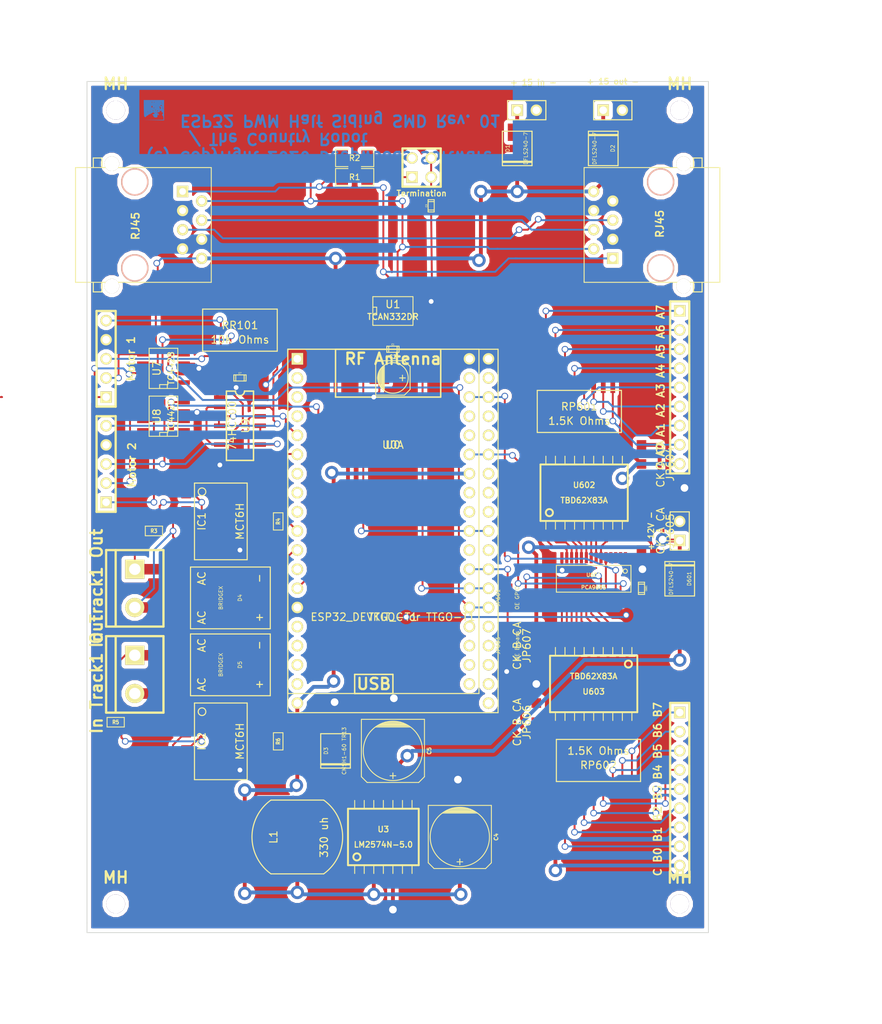
<source format=kicad_pcb>
(kicad_pcb (version 3) (host pcbnew "(2013-june-11)-stable")
  (layers (15 F.Cu signal) (0 B.Cu signal) (18 B.Paste user) (19 F.Paste user) (20 B.SilkS user) (21 F.SilkS user) (22 B.Mask user) (23 F.Mask user) (28 Edge.Cuts user))
  (net 0 "")
  (net 1 +12V)
  (net 2 +5V)
  (net 3 "/CAN Transceiver/CANH")
  (net 4 "/CAN Transceiver/CANL")
  (net 5 "/CAN Transceiver/CAN_RX")
  (net 6 "/CAN Transceiver/CAN_TX")
  (net 7 "/Motor 1")
  (net 8 "/Motor 2")
  (net 9 /Motor1A)
  (net 10 /Motor1B)
  (net 11 /Motor2A)
  (net 12 /Motor2B)
  (net 13 "/Occupency Detector 1/OD1")
  (net 14 "/Occupency Detector 2/OD2")
  (net 15 "/PCA9685 PWM Led Driver/OE")
  (net 16 "/PCA9685 PWM Led Driver/SCL")
  (net 17 "/PCA9685 PWM Led Driver/SDA")
  (net 18 "/Sense 1")
  (net 19 "/Sense 2")
  (net 20 /Sense1A)
  (net 21 /Sense1B)
  (net 22 /Sense2A)
  (net 23 /Sense2B)
  (net 24 3V3)
  (net 25 "CAN +12V")
  (net 26 GND)
  (net 27 N-000001)
  (net 28 N-00000100)
  (net 29 N-00000101)
  (net 30 N-00000102)
  (net 31 N-00000103)
  (net 32 N-00000104)
  (net 33 N-00000105)
  (net 34 N-00000106)
  (net 35 N-00000107)
  (net 36 N-00000108)
  (net 37 N-00000109)
  (net 38 N-00000110)
  (net 39 N-00000111)
  (net 40 N-00000112)
  (net 41 N-00000113)
  (net 42 N-00000114)
  (net 43 N-00000115)
  (net 44 N-00000116)
  (net 45 N-00000117)
  (net 46 N-00000118)
  (net 47 N-00000119)
  (net 48 N-00000120)
  (net 49 N-00000121)
  (net 50 N-00000122)
  (net 51 N-00000123)
  (net 52 N-00000124)
  (net 53 N-00000126)
  (net 54 N-00000127)
  (net 55 N-00000128)
  (net 56 N-00000129)
  (net 57 N-00000130)
  (net 58 N-00000131)
  (net 59 N-00000132)
  (net 60 N-00000133)
  (net 61 N-00000134)
  (net 62 N-00000135)
  (net 63 N-00000136)
  (net 64 N-00000137)
  (net 65 N-00000138)
  (net 66 N-00000161)
  (net 67 N-00000162)
  (net 68 N-00000167)
  (net 69 N-0000058)
  (net 70 N-0000059)
  (net 71 N-000006)
  (net 72 N-0000062)
  (net 73 N-0000063)
  (net 74 N-0000066)
  (net 75 N-0000068)
  (net 76 N-0000070)
  (net 77 N-0000077)
  (net 78 N-0000080)
  (net 79 N-0000081)
  (net 80 N-0000082)
  (net 81 N-0000083)
  (net 82 N-0000084)
  (net 83 N-0000085)
  (net 84 N-0000086)
  (net 85 N-0000087)
  (net 86 N-0000088)
  (net 87 N-0000089)
  (net 88 N-0000090)
  (net 89 N-0000091)
  (net 90 N-0000092)
  (net 91 N-0000093)
  (net 92 N-0000094)
  (net 93 N-0000095)
  (net 94 N-0000096)
  (net 95 N-0000097)
  (net 96 N-0000098)
  (net 97 N-0000099)
  (module ESP32-Devkit-C (layer F.Cu) (at 137.16 90.17)
    (fp_text reference U0 (at 0 -11.43) (layer F.SilkS))
    (fp_text value "ESP32_DEVKIT_C or TTGO-T1" (at 0 11.43) (layer F.SilkS))
    (pad 1 thru_hole rect (at -12.7 -22.86) (size 1.524 1.524) (drill 1.016) (layers *.Cu *.Mask F.SilkS) (net 24 3V3))
    (pad 2 thru_hole circle (at -12.7 -20.32) (size 1.524 1.524) (drill 1.016) (layers *.Cu *.Mask F.SilkS))
    (pad 3 thru_hole circle (at -12.7 -17.78) (size 1.524 1.524) (drill 1.016) (layers *.Cu *.Mask F.SilkS))
    (pad 4 thru_hole circle (at -12.7 -15.24) (size 1.524 1.524) (drill 1.016) (layers *.Cu *.Mask F.SilkS))
    (pad 5 thru_hole circle (at -12.7 -12.7) (size 1.524 1.524) (drill 1.016) (layers *.Cu *.Mask F.SilkS) (net 18 "/Sense 1"))
    (pad 6 thru_hole circle (at -12.7 -10.16) (size 1.524 1.524) (drill 1.016) (layers *.Cu *.Mask F.SilkS) (net 19 "/Sense 2"))
    (pad 7 thru_hole circle (at -12.7 -7.62) (size 1.524 1.524) (drill 1.016) (layers *.Cu *.Mask F.SilkS))
    (pad 8 thru_hole circle (at -12.7 -5.08) (size 1.524 1.524) (drill 1.016) (layers *.Cu *.Mask F.SilkS))
    (pad 9 thru_hole circle (at -12.7 -2.54) (size 1.524 1.524) (drill 1.016) (layers *.Cu *.Mask F.SilkS))
    (pad 10 thru_hole circle (at -12.7 0) (size 1.524 1.524) (drill 1.016) (layers *.Cu *.Mask F.SilkS) (net 13 "/Occupency Detector 1/OD1"))
    (pad 11 thru_hole circle (at -12.7 2.54) (size 1.524 1.524) (drill 1.016) (layers *.Cu *.Mask F.SilkS) (net 14 "/Occupency Detector 2/OD2"))
    (pad 12 thru_hole circle (at -12.7 5.08) (size 1.524 1.524) (drill 1.016) (layers *.Cu *.Mask F.SilkS))
    (pad 13 thru_hole circle (at -12.7 7.62) (size 1.524 1.524) (drill 1.016) (layers *.Cu *.Mask F.SilkS) (net 8 "/Motor 2"))
    (pad 14 thru_hole circle (at -12.7 10.16) (size 1.524 1.524) (drill 1.016) (layers *.Cu *.Mask F.SilkS) (net 26 GND))
    (pad 15 thru_hole circle (at -12.7 12.7) (size 1.524 1.524) (drill 1.016) (layers *.Cu *.Mask F.SilkS))
    (pad 16 thru_hole circle (at -12.7 15.24) (size 1.524 1.524) (drill 1.016) (layers *.Cu *.Mask F.SilkS))
    (pad 17 thru_hole circle (at -12.7 17.78) (size 1.524 1.524) (drill 1.016) (layers *.Cu *.Mask F.SilkS))
    (pad 18 thru_hole circle (at -12.7 20.32) (size 1.524 1.524) (drill 1.016) (layers *.Cu *.Mask F.SilkS))
    (pad 19 thru_hole circle (at -12.7 22.86) (size 1.524 1.524) (drill 1.016) (layers *.Cu *.Mask F.SilkS) (net 2 +5V))
    (pad 20 thru_hole circle (at 12.7 22.86) (size 1.524 1.524) (drill 1.016) (layers *.Cu *.Mask F.SilkS))
    (pad 21 thru_hole circle (at 12.7 20.32) (size 1.524 1.524) (drill 1.016) (layers *.Cu *.Mask F.SilkS))
    (pad 22 thru_hole circle (at 12.7 17.78) (size 1.524 1.524) (drill 1.016) (layers *.Cu *.Mask F.SilkS))
    (pad 23 thru_hole circle (at 12.7 15.24) (size 1.524 1.524) (drill 1.016) (layers *.Cu *.Mask F.SilkS))
    (pad 24 thru_hole circle (at 12.7 12.7) (size 1.524 1.524) (drill 1.016) (layers *.Cu *.Mask F.SilkS))
    (pad 25 thru_hole circle (at 12.7 10.16) (size 1.524 1.524) (drill 1.016) (layers *.Cu *.Mask F.SilkS) (net 7 "/Motor 1"))
    (pad 26 thru_hole circle (at 12.7 7.62) (size 1.524 1.524) (drill 1.016) (layers *.Cu *.Mask F.SilkS) (net 5 "/CAN Transceiver/CAN_RX"))
    (pad 27 thru_hole circle (at 12.7 5.08) (size 1.524 1.524) (drill 1.016) (layers *.Cu *.Mask F.SilkS) (net 15 "/PCA9685 PWM Led Driver/OE"))
    (pad 28 thru_hole circle (at 12.7 2.54) (size 1.524 1.524) (drill 1.016) (layers *.Cu *.Mask F.SilkS))
    (pad 29 thru_hole circle (at 12.7 0) (size 1.524 1.524) (drill 1.016) (layers *.Cu *.Mask F.SilkS) (net 6 "/CAN Transceiver/CAN_TX"))
    (pad 30 thru_hole circle (at 12.7 -2.54) (size 1.524 1.524) (drill 1.016) (layers *.Cu *.Mask F.SilkS))
    (pad 31 thru_hole circle (at 12.7 -5.08) (size 1.524 1.524) (drill 1.016) (layers *.Cu *.Mask F.SilkS))
    (pad 32 thru_hole circle (at 12.7 -7.62) (size 1.524 1.524) (drill 1.016) (layers *.Cu *.Mask F.SilkS))
    (pad 33 thru_hole circle (at 12.7 -10.16) (size 1.524 1.524) (drill 1.016) (layers *.Cu *.Mask F.SilkS) (net 17 "/PCA9685 PWM Led Driver/SDA"))
    (pad 34 thru_hole circle (at 12.7 -12.7) (size 1.524 1.524) (drill 1.016) (layers *.Cu *.Mask F.SilkS))
    (pad 35 thru_hole circle (at 12.7 -15.24) (size 1.524 1.524) (drill 1.016) (layers *.Cu *.Mask F.SilkS))
    (pad 36 thru_hole circle (at 12.7 -17.78) (size 1.524 1.524) (drill 1.016) (layers *.Cu *.Mask F.SilkS) (net 16 "/PCA9685 PWM Led Driver/SCL"))
    (pad 37 thru_hole circle (at 12.7 -20.32) (size 1.524 1.524) (drill 1.016) (layers *.Cu *.Mask F.SilkS))
    (pad 38 thru_hole circle (at 12.7 -22.86) (size 1.524 1.524) (drill 1.016) (layers *.Cu *.Mask F.SilkS) (net 26 GND))
  )
  (module SOIC-8_N (layer F.Cu) (at 137.16 60.96)
    (fp_text reference U1 (at 0 -0.889) (layer F.SilkS))
    (fp_text value TCAN332DR (at 0 0.762) (layer F.SilkS) (effects (font (size 0.8 0.8))))
    (pad 8 smd rect (at -1.875 -2.7) (size 0.6 1.6) (layers F.Cu F.Paste F.Mask))
    (pad 1 smd rect (at -1.875 2.7) (size 0.6 1.6) (layers F.Cu F.Paste F.Mask) (net 6 "/CAN Transceiver/CAN_TX"))
    (pad 7 smd rect (at -0.625 -2.7) (size 0.6 1.6) (layers F.Cu F.Paste F.Mask) (net 3 "/CAN Transceiver/CANH"))
    (pad 6 smd rect (at 0.625 -2.7) (size 0.6 1.6) (layers F.Cu F.Paste F.Mask) (net 4 "/CAN Transceiver/CANL"))
    (pad 5 smd rect (at 1.875 -2.7) (size 0.6 1.6) (layers F.Cu F.Paste F.Mask))
    (pad 2 smd rect (at -0.625 2.7) (size 0.6 1.6) (layers F.Cu F.Paste F.Mask) (net 26 GND))
    (pad 3 smd rect (at 0.625 2.7) (size 0.6 1.6) (layers F.Cu F.Paste F.Mask) (net 24 3V3))
    (pad 4 smd rect (at 1.875 2.7) (size 0.6 1.6) (layers F.Cu F.Paste F.Mask) (net 5 "/CAN Transceiver/CAN_RX"))
  )
  (module ScrewTerm2.54-2 (layer F.Cu) (at 154.94 34.29)
    (fp_text reference T1 hide)
    (fp_text value "+ 15 in -" (at 0.889 -3.683) (layer F.SilkS) (effects (font (size 0.762 0.762) (thickness 0.1524))))
    (pad 1 thru_hole rect (at -1.27 0 90) (size 1.524 1.524) (drill 1.016) (layers *.Cu *.Mask F.SilkS) (net 72 N-0000062))
    (pad 2 thru_hole circle (at 1.27 0 90) (size 1.524 1.524) (drill 1.016) (layers *.Cu *.Mask F.SilkS) (net 26 GND))
  )
  (module ScrewTerm2.54-2 (layer F.Cu) (at 166.37 34.29)
    (fp_text reference T2 hide)
    (fp_text value "+ 15 out -" (at 0 -3.81) (layer F.SilkS) (effects (font (size 0.762 0.762) (thickness 0.1524))))
    (pad 1 thru_hole rect (at -1.27 0 90) (size 1.524 1.524) (drill 1.016) (layers *.Cu *.Mask F.SilkS) (net 73 N-0000063))
    (pad 2 thru_hole circle (at 1.27 0 90) (size 1.524 1.524) (drill 1.016) (layers *.Cu *.Mask F.SilkS) (net 26 GND))
  )
  (module RJ45_8N-S (layer F.Cu) (at 102.87 49.53 270)
    (fp_text reference J1 hide)
    (fp_text value RJ45 (at 0.14224 -0.1016 270) (layer F.SilkS) (effects (font (size 1.00076 1.00076) (thickness 0.2032))))
    (pad "" np_thru_hole circle (at 5.715 0 270) (size 3.64998 3.64998) (drill 3.2512) (layers *.Cu *.SilkS *.Mask))
    (pad "" np_thru_hole circle (at -5.715 0 270) (size 3.64998 3.64998) (drill 3.2512) (layers *.Cu *.SilkS *.Mask))
    (pad 1 thru_hole rect (at -4.445 -6.35 270) (size 1.50114 1.50114) (drill 0.89916) (layers *.Cu *.Mask F.SilkS) (net 3 "/CAN Transceiver/CANH"))
    (pad 2 thru_hole circle (at -3.175 -8.89 270) (size 1.50114 1.50114) (drill 0.89916) (layers *.Cu *.Mask F.SilkS) (net 4 "/CAN Transceiver/CANL"))
    (pad 3 thru_hole circle (at -1.905 -6.35 270) (size 1.50114 1.50114) (drill 0.89916) (layers *.Cu *.Mask F.SilkS) (net 26 GND))
    (pad 4 thru_hole circle (at -0.635 -8.89 270) (size 1.50114 1.50114) (drill 0.89916) (layers *.Cu *.Mask F.SilkS) (net 70 N-0000059))
    (pad 5 thru_hole circle (at 0.635 -6.35 270) (size 1.50114 1.50114) (drill 0.89916) (layers *.Cu *.Mask F.SilkS) (net 69 N-0000058))
    (pad 6 thru_hole circle (at 1.905 -8.89 270) (size 1.50114 1.50114) (drill 0.89916) (layers *.Cu *.Mask F.SilkS) (net 26 GND))
    (pad 7 thru_hole circle (at 3.175 -6.35 270) (size 1.50114 1.50114) (drill 0.89916) (layers *.Cu *.Mask F.SilkS) (net 26 GND))
    (pad 8 thru_hole circle (at 4.445 -8.89 270) (size 1.50114 1.50114) (drill 0.89916) (layers *.Cu *.Mask F.SilkS) (net 25 "CAN +12V"))
    (pad "" thru_hole circle (at -8.128 3.048 270) (size 1.9304 1.9304) (drill 1.9304) (layers *.Cu *.Mask F.SilkS))
    (pad "" thru_hole circle (at 8.128 3.048 270) (size 1.9304 1.9304) (drill 1.9304) (layers *.Cu *.Mask F.SilkS))
  )
  (module RJ45_8N-S (layer F.Cu) (at 172.72 49.53 90)
    (fp_text reference J2 hide)
    (fp_text value RJ45 (at 0.14224 -0.1016 90) (layer F.SilkS) (effects (font (size 1.00076 1.00076) (thickness 0.2032))))
    (pad "" np_thru_hole circle (at 5.715 0 90) (size 3.64998 3.64998) (drill 3.2512) (layers *.Cu *.SilkS *.Mask))
    (pad "" np_thru_hole circle (at -5.715 0 90) (size 3.64998 3.64998) (drill 3.2512) (layers *.Cu *.SilkS *.Mask))
    (pad 1 thru_hole rect (at -4.445 -6.35 90) (size 1.50114 1.50114) (drill 0.89916) (layers *.Cu *.Mask F.SilkS) (net 3 "/CAN Transceiver/CANH"))
    (pad 2 thru_hole circle (at -3.175 -8.89 90) (size 1.50114 1.50114) (drill 0.89916) (layers *.Cu *.Mask F.SilkS) (net 4 "/CAN Transceiver/CANL"))
    (pad 3 thru_hole circle (at -1.905 -6.35 90) (size 1.50114 1.50114) (drill 0.89916) (layers *.Cu *.Mask F.SilkS) (net 26 GND))
    (pad 4 thru_hole circle (at -0.635 -8.89 90) (size 1.50114 1.50114) (drill 0.89916) (layers *.Cu *.Mask F.SilkS) (net 70 N-0000059))
    (pad 5 thru_hole circle (at 0.635 -6.35 90) (size 1.50114 1.50114) (drill 0.89916) (layers *.Cu *.Mask F.SilkS) (net 69 N-0000058))
    (pad 6 thru_hole circle (at 1.905 -8.89 90) (size 1.50114 1.50114) (drill 0.89916) (layers *.Cu *.Mask F.SilkS) (net 26 GND))
    (pad 7 thru_hole circle (at 3.175 -6.35 90) (size 1.50114 1.50114) (drill 0.89916) (layers *.Cu *.Mask F.SilkS) (net 26 GND))
    (pad 8 thru_hole circle (at 4.445 -8.89 90) (size 1.50114 1.50114) (drill 0.89916) (layers *.Cu *.Mask F.SilkS) (net 25 "CAN +12V"))
    (pad "" thru_hole circle (at -8.128 3.048 90) (size 1.9304 1.9304) (drill 1.9304) (layers *.Cu *.Mask F.SilkS))
    (pad "" thru_hole circle (at 8.128 3.048 90) (size 1.9304 1.9304) (drill 1.9304) (layers *.Cu *.Mask F.SilkS))
  )
  (module PIN_ARRAY_2X2 (layer F.Cu) (at 140.97 41.91)
    (fp_text reference JP1 hide)
    (fp_text value Termination (at 0 3.429) (layer F.SilkS) (effects (font (size 0.762 0.762) (thickness 0.1524))))
    (pad 1 thru_hole rect (at -1.27 1.27) (size 1.524 1.524) (drill 1.016) (layers *.Cu *.Mask F.SilkS) (net 75 N-0000068))
    (pad 2 thru_hole circle (at -1.27 -1.27) (size 1.524 1.524) (drill 1.016) (layers *.Cu *.Mask F.SilkS) (net 76 N-0000070))
    (pad 3 thru_hole circle (at 1.27 1.27) (size 1.524 1.524) (drill 1.016) (layers *.Cu *.Mask F.SilkS) (net 74 N-0000066))
    (pad 4 thru_hole circle (at 1.27 -1.27) (size 1.524 1.524) (drill 1.016) (layers *.Cu *.Mask F.SilkS) (net 74 N-0000066))
  )
  (module TIGO-T1 (layer F.Cu) (at 137.16 90.17)
    (fp_text reference U0A (at 0 -11.43) (layer F.SilkS))
    (fp_text value TTGO-T1 (at 0 11.43) (layer F.SilkS))
    (pad 1 thru_hole rect (at -12.7 -22.86) (size 1.524 1.524) (drill 1.016) (layers *.Cu *.Mask F.SilkS) (net 24 3V3))
    (pad 2 thru_hole circle (at -12.7 -20.32) (size 1.524 1.524) (drill 1.016) (layers *.Cu *.Mask F.SilkS))
    (pad 3 thru_hole circle (at -12.7 -17.78) (size 1.524 1.524) (drill 1.016) (layers *.Cu *.Mask F.SilkS))
    (pad 4 thru_hole circle (at -12.7 -15.24) (size 1.524 1.524) (drill 1.016) (layers *.Cu *.Mask F.SilkS))
    (pad 5 thru_hole circle (at -12.7 -12.7) (size 1.524 1.524) (drill 1.016) (layers *.Cu *.Mask F.SilkS) (net 18 "/Sense 1"))
    (pad 6 thru_hole circle (at -12.7 -10.16) (size 1.524 1.524) (drill 1.016) (layers *.Cu *.Mask F.SilkS) (net 19 "/Sense 2"))
    (pad 7 thru_hole circle (at -12.7 -7.62) (size 1.524 1.524) (drill 1.016) (layers *.Cu *.Mask F.SilkS))
    (pad 8 thru_hole circle (at -12.7 -5.08) (size 1.524 1.524) (drill 1.016) (layers *.Cu *.Mask F.SilkS))
    (pad 9 thru_hole circle (at -12.7 -2.54) (size 1.524 1.524) (drill 1.016) (layers *.Cu *.Mask F.SilkS))
    (pad 10 thru_hole circle (at -12.7 0) (size 1.524 1.524) (drill 1.016) (layers *.Cu *.Mask F.SilkS) (net 13 "/Occupency Detector 1/OD1"))
    (pad 11 thru_hole circle (at -12.7 2.54) (size 1.524 1.524) (drill 1.016) (layers *.Cu *.Mask F.SilkS) (net 14 "/Occupency Detector 2/OD2"))
    (pad 12 thru_hole circle (at -12.7 5.08) (size 1.524 1.524) (drill 1.016) (layers *.Cu *.Mask F.SilkS))
    (pad 13 thru_hole circle (at -12.7 7.62) (size 1.524 1.524) (drill 1.016) (layers *.Cu *.Mask F.SilkS) (net 8 "/Motor 2"))
    (pad 14 thru_hole circle (at -12.7 10.16) (size 1.524 1.524) (drill 1.016) (layers *.Cu *.Mask F.SilkS) (net 26 GND))
    (pad 15 thru_hole circle (at -12.7 12.7) (size 1.524 1.524) (drill 1.016) (layers *.Cu *.Mask F.SilkS))
    (pad 16 thru_hole circle (at -12.7 15.24) (size 1.524 1.524) (drill 1.016) (layers *.Cu *.Mask F.SilkS))
    (pad 17 thru_hole circle (at -12.7 17.78) (size 1.524 1.524) (drill 1.016) (layers *.Cu *.Mask F.SilkS))
    (pad 18 thru_hole circle (at -12.7 20.32) (size 1.524 1.524) (drill 1.016) (layers *.Cu *.Mask F.SilkS))
    (pad 19 thru_hole circle (at 10.16 20.32) (size 1.524 1.524) (drill 1.016) (layers *.Cu *.Mask F.SilkS))
    (pad 20 thru_hole circle (at 10.16 17.78) (size 1.524 1.524) (drill 1.016) (layers *.Cu *.Mask F.SilkS))
    (pad 21 thru_hole circle (at 10.16 15.24) (size 1.524 1.524) (drill 1.016) (layers *.Cu *.Mask F.SilkS))
    (pad 22 thru_hole circle (at 10.16 12.7) (size 1.524 1.524) (drill 1.016) (layers *.Cu *.Mask F.SilkS))
    (pad 23 thru_hole circle (at 10.16 10.16) (size 1.524 1.524) (drill 1.016) (layers *.Cu *.Mask F.SilkS) (net 7 "/Motor 1"))
    (pad 24 thru_hole circle (at 10.16 7.62) (size 1.524 1.524) (drill 1.016) (layers *.Cu *.Mask F.SilkS) (net 5 "/CAN Transceiver/CAN_RX"))
    (pad 25 thru_hole circle (at 10.16 5.08) (size 1.524 1.524) (drill 1.016) (layers *.Cu *.Mask F.SilkS) (net 15 "/PCA9685 PWM Led Driver/OE"))
    (pad 26 thru_hole circle (at 10.16 2.54) (size 1.524 1.524) (drill 1.016) (layers *.Cu *.Mask F.SilkS))
    (pad 27 thru_hole circle (at 10.16 0) (size 1.524 1.524) (drill 1.016) (layers *.Cu *.Mask F.SilkS) (net 6 "/CAN Transceiver/CAN_TX"))
    (pad 28 thru_hole circle (at 10.16 -2.54) (size 1.524 1.524) (drill 1.016) (layers *.Cu *.Mask F.SilkS))
    (pad 29 thru_hole circle (at 10.16 -5.08) (size 1.524 1.524) (drill 1.016) (layers *.Cu *.Mask F.SilkS))
    (pad 30 thru_hole circle (at 10.16 -7.62) (size 1.524 1.524) (drill 1.016) (layers *.Cu *.Mask F.SilkS) (net 2 +5V))
    (pad 31 thru_hole circle (at 10.16 -10.16) (size 1.524 1.524) (drill 1.016) (layers *.Cu *.Mask F.SilkS) (net 17 "/PCA9685 PWM Led Driver/SDA"))
    (pad 32 thru_hole circle (at 10.16 -12.7) (size 1.524 1.524) (drill 1.016) (layers *.Cu *.Mask F.SilkS))
    (pad 33 thru_hole circle (at 10.16 -15.24) (size 1.524 1.524) (drill 1.016) (layers *.Cu *.Mask F.SilkS))
    (pad 34 thru_hole circle (at 10.16 -17.78) (size 1.524 1.524) (drill 1.016) (layers *.Cu *.Mask F.SilkS) (net 16 "/PCA9685 PWM Led Driver/SCL"))
    (pad 35 thru_hole circle (at 10.16 -20.32) (size 1.524 1.524) (drill 1.016) (layers *.Cu *.Mask F.SilkS))
    (pad 36 thru_hole circle (at 10.16 -22.86) (size 1.524 1.524) (drill 1.016) (layers *.Cu *.Mask F.SilkS) (net 26 GND))
  )
  (module ScrewTerm_2.54-5 (layer F.Cu) (at 99.06 67.31 90)
    (fp_text reference T4 hide)
    (fp_text value "Motor 1" (at 0 3.302 90) (layer F.SilkS) (effects (font (size 1.016 1.016) (thickness 0.2032))))
    (pad 1 thru_hole rect (at -5.08 0 90) (size 1.524 1.524) (drill 1.016) (layers *.Cu *.Mask F.SilkS) (net 9 /Motor1A))
    (pad 2 thru_hole circle (at -2.54 0 90) (size 1.524 1.524) (drill 1.016) (layers *.Cu *.Mask F.SilkS) (net 10 /Motor1B))
    (pad 3 thru_hole circle (at 0 0 90) (size 1.524 1.524) (drill 1.016) (layers *.Cu *.Mask F.SilkS) (net 20 /Sense1A))
    (pad 4 thru_hole circle (at 2.54 0 90) (size 1.524 1.524) (drill 1.016) (layers *.Cu *.Mask F.SilkS) (net 26 GND))
    (pad 5 thru_hole circle (at 5.08 0 90) (size 1.524 1.524) (drill 1.016) (layers *.Cu *.Mask F.SilkS) (net 21 /Sense1B))
  )
  (module ScrewTerm_2.54-5 (layer F.Cu) (at 99.06 81.28 90)
    (fp_text reference T5 hide)
    (fp_text value "Motor 2" (at -0.127 3.429 90) (layer F.SilkS) (effects (font (size 1.016 1.016) (thickness 0.2032))))
    (pad 1 thru_hole rect (at -5.08 0 90) (size 1.524 1.524) (drill 1.016) (layers *.Cu *.Mask F.SilkS) (net 11 /Motor2A))
    (pad 2 thru_hole circle (at -2.54 0 90) (size 1.524 1.524) (drill 1.016) (layers *.Cu *.Mask F.SilkS) (net 12 /Motor2B))
    (pad 3 thru_hole circle (at 0 0 90) (size 1.524 1.524) (drill 1.016) (layers *.Cu *.Mask F.SilkS) (net 22 /Sense2A))
    (pad 4 thru_hole circle (at 2.54 0 90) (size 1.524 1.524) (drill 1.016) (layers *.Cu *.Mask F.SilkS) (net 26 GND))
    (pad 5 thru_hole circle (at 5.08 0 90) (size 1.524 1.524) (drill 1.016) (layers *.Cu *.Mask F.SilkS) (net 23 /Sense2B))
  )
  (module bornier2 (layer F.Cu) (at 102.87 97.79 270)
    (fp_text reference T3 hide)
    (fp_text value "In Track1 Out" (at 0 5.08 270) (layer F.SilkS) (effects (font (size 1.524 1.524) (thickness 0.3048))))
    (pad 1 thru_hole rect (at -2.54 0 270) (size 2.54 2.54) (drill 1.524) (layers *.Cu *.Mask F.SilkS) (net 78 N-0000080))
    (pad 2 thru_hole circle (at 2.54 0 270) (size 2.54 2.54) (drill 1.524) (layers *.Cu *.Mask F.SilkS) (net 80 N-0000082))
  )
  (module bornier2 (layer F.Cu) (at 102.87 109.22 270)
    (fp_text reference T6 hide)
    (fp_text value "In Track1 Out" (at 0 5.08 270) (layer F.SilkS) (effects (font (size 1.524 1.524) (thickness 0.3048))))
    (pad 1 thru_hole rect (at -2.54 0 270) (size 2.54 2.54) (drill 1.524) (layers *.Cu *.Mask F.SilkS) (net 83 N-0000085))
    (pad 2 thru_hole circle (at 2.54 0 270) (size 2.54 2.54) (drill 1.524) (layers *.Cu *.Mask F.SilkS) (net 84 N-0000086))
  )
  (module tssop-28 (layer F.Cu) (at 163.83 96.52 180)
    (fp_text reference U601 (at 0 0.508 180) (layer F.SilkS) (effects (font (size 0.50038 0.50038) (thickness 0.09906))))
    (fp_text value PCA9685 (at 0 -1.143 180) (layer F.SilkS) (effects (font (size 0.50038 0.50038) (thickness 0.09906))))
    (pad 7 smd rect (at -0.32512 2.79908 180) (size 0.4191 1.47066) (layers F.Cu F.Paste F.Mask) (net 48 N-00000120))
    (pad 8 smd rect (at 0.32512 2.79908 180) (size 0.4191 1.47066) (layers F.Cu F.Paste F.Mask) (net 44 N-00000116))
    (pad 9 smd rect (at 0.97536 2.79908 180) (size 0.4191 1.47066) (layers F.Cu F.Paste F.Mask) (net 45 N-00000117))
    (pad 10 smd rect (at 1.6256 2.79908 180) (size 0.4191 1.47066) (layers F.Cu F.Paste F.Mask) (net 46 N-00000118))
    (pad 25 smd rect (at -2.26568 -2.794 180) (size 0.4191 1.47066) (layers F.Cu F.Paste F.Mask) (net 26 GND))
    (pad 4 smd rect (at -2.27584 2.79908 180) (size 0.4191 1.47066) (layers F.Cu F.Paste F.Mask) (net 26 GND))
    (pad 5 smd rect (at -1.6256 2.79908 180) (size 0.4191 1.47066) (layers F.Cu F.Paste F.Mask) (net 26 GND))
    (pad 6 smd rect (at -0.97536 2.79908 180) (size 0.4191 1.47066) (layers F.Cu F.Paste F.Mask) (net 43 N-00000115))
    (pad 18 smd rect (at 2.27584 -2.79908 180) (size 0.4191 1.47066) (layers F.Cu F.Paste F.Mask) (net 50 N-00000122))
    (pad 19 smd rect (at 1.6256 -2.79908 180) (size 0.4191 1.47066) (layers F.Cu F.Paste F.Mask) (net 51 N-00000123))
    (pad 20 smd rect (at 0.97536 -2.79908 180) (size 0.4191 1.47066) (layers F.Cu F.Paste F.Mask) (net 40 N-00000112))
    (pad 21 smd rect (at 0.32512 -2.79908 180) (size 0.4191 1.47066) (layers F.Cu F.Paste F.Mask) (net 41 N-00000113))
    (pad 22 smd rect (at -0.32512 -2.79908 180) (size 0.4191 1.47066) (layers F.Cu F.Paste F.Mask) (net 42 N-00000114))
    (pad 23 smd rect (at -0.97536 -2.79908 180) (size 0.4191 1.47066) (layers F.Cu F.Paste F.Mask) (net 52 N-00000124))
    (pad 11 smd rect (at 2.27584 2.79908 180) (size 0.4191 1.47066) (layers F.Cu F.Paste F.Mask) (net 67 N-00000162))
    (pad 24 smd rect (at -1.6256 -2.794 180) (size 0.4191 1.47066) (layers F.Cu F.Paste F.Mask) (net 26 GND))
    (pad 3 smd rect (at -2.92608 2.79908 180) (size 0.4191 1.47066) (layers F.Cu F.Paste F.Mask) (net 26 GND))
    (pad 12 smd rect (at 2.92608 2.79908 180) (size 0.4191 1.47066) (layers F.Cu F.Paste F.Mask) (net 66 N-00000161))
    (pad 17 smd rect (at 2.92608 -2.79908 180) (size 0.4191 1.47066) (layers F.Cu F.Paste F.Mask) (net 49 N-00000121))
    (pad 26 smd rect (at -2.92608 -2.79908 180) (size 0.4191 1.47066) (layers F.Cu F.Paste F.Mask) (net 16 "/PCA9685 PWM Led Driver/SCL"))
    (pad 2 smd rect (at -3.57378 2.79908 180) (size 0.4191 1.47066) (layers F.Cu F.Paste F.Mask) (net 26 GND))
    (pad 13 smd rect (at 3.57378 2.79908 180) (size 0.4191 1.47066) (layers F.Cu F.Paste F.Mask) (net 68 N-00000167))
    (pad 16 smd rect (at 3.57378 -2.79908 180) (size 0.4191 1.47066) (layers F.Cu F.Paste F.Mask) (net 47 N-00000119))
    (pad 27 smd rect (at -3.57378 -2.79908 180) (size 0.4191 1.47066) (layers F.Cu F.Paste F.Mask) (net 17 "/PCA9685 PWM Led Driver/SDA"))
    (pad 1 smd rect (at -4.22402 2.79908 180) (size 0.4191 1.47066) (layers F.Cu F.Paste F.Mask) (net 26 GND))
    (pad 14 smd rect (at 4.22402 2.79908 180) (size 0.4191 1.47066) (layers F.Cu F.Paste F.Mask) (net 26 GND))
    (pad 15 smd rect (at 4.22402 -2.79908 180) (size 0.4191 1.47066) (layers F.Cu F.Paste F.Mask) (net 28 N-00000100))
    (pad 28 smd rect (at -4.22402 -2.79908 180) (size 0.4191 1.47066) (layers F.Cu F.Paste F.Mask) (net 24 3V3))
  )
  (module ScrewTerm_2.54-9 (layer F.Cu) (at 175.26 124.46 270)
    (fp_text reference P602 hide)
    (fp_text value "C B0 B1 B2 B3 B4 B5 B6 B7" (at 0 2.921 270) (layer F.SilkS) (effects (font (size 1.016 1.016) (thickness 0.2032))))
    (pad 1 thru_hole rect (at -10.18 0 270) (size 1.524 1.524) (drill 1.016) (layers *.Cu *.Mask F.SilkS) (net 39 N-00000111))
    (pad 2 thru_hole circle (at -7.64 0 270) (size 1.524 1.524) (drill 1.016) (layers *.Cu *.Mask F.SilkS) (net 38 N-00000110))
    (pad 3 thru_hole circle (at -5.1 0 270) (size 1.524 1.524) (drill 1.016) (layers *.Cu *.Mask F.SilkS) (net 37 N-00000109))
    (pad 4 thru_hole circle (at -2.56 0 270) (size 1.524 1.524) (drill 1.016) (layers *.Cu *.Mask F.SilkS) (net 36 N-00000108))
    (pad 5 thru_hole circle (at -0.02 0 270) (size 1.524 1.524) (drill 1.016) (layers *.Cu *.Mask F.SilkS) (net 35 N-00000107))
    (pad 6 thru_hole circle (at 2.52 0 270) (size 1.524 1.524) (drill 1.016) (layers *.Cu *.Mask F.SilkS) (net 34 N-00000106))
    (pad 7 thru_hole circle (at 5.06 0 270) (size 1.524 1.524) (drill 1.016) (layers *.Cu *.Mask F.SilkS) (net 33 N-00000105))
    (pad 8 thru_hole circle (at 7.6 0 270) (size 1.524 1.524) (drill 1.016) (layers *.Cu *.Mask F.SilkS) (net 32 N-00000104))
    (pad 9 thru_hole circle (at 10.14 0 270) (size 1.524 1.524) (drill 1.016) (layers *.Cu *.Mask F.SilkS) (net 86 N-0000088))
  )
  (module ScrewTerm_2.54-9 (layer F.Cu) (at 175.26 71.12 270)
    (fp_text reference P601 hide)
    (fp_text value "C A0 A1 A2 A3 A4 A5 A6 A7" (at 0 2.54 270) (layer F.SilkS) (effects (font (size 1.016 1.016) (thickness 0.2032))))
    (pad 1 thru_hole rect (at -10.18 0 270) (size 1.524 1.524) (drill 1.016) (layers *.Cu *.Mask F.SilkS) (net 87 N-0000089))
    (pad 2 thru_hole circle (at -7.64 0 270) (size 1.524 1.524) (drill 1.016) (layers *.Cu *.Mask F.SilkS) (net 88 N-0000090))
    (pad 3 thru_hole circle (at -5.1 0 270) (size 1.524 1.524) (drill 1.016) (layers *.Cu *.Mask F.SilkS) (net 89 N-0000091))
    (pad 4 thru_hole circle (at -2.56 0 270) (size 1.524 1.524) (drill 1.016) (layers *.Cu *.Mask F.SilkS) (net 90 N-0000092))
    (pad 5 thru_hole circle (at -0.02 0 270) (size 1.524 1.524) (drill 1.016) (layers *.Cu *.Mask F.SilkS) (net 91 N-0000093))
    (pad 6 thru_hole circle (at 2.52 0 270) (size 1.524 1.524) (drill 1.016) (layers *.Cu *.Mask F.SilkS) (net 92 N-0000094))
    (pad 7 thru_hole circle (at 5.06 0 270) (size 1.524 1.524) (drill 1.016) (layers *.Cu *.Mask F.SilkS) (net 93 N-0000095))
    (pad 8 thru_hole circle (at 7.6 0 270) (size 1.524 1.524) (drill 1.016) (layers *.Cu *.Mask F.SilkS) (net 94 N-0000096))
    (pad 9 thru_hole circle (at 10.14 0 270) (size 1.524 1.524) (drill 1.016) (layers *.Cu *.Mask F.SilkS) (net 95 N-0000097))
  )
  (module ScrewTerm2.54-2 (layer F.Cu) (at 175.26 90.17 90)
    (fp_text reference T601 hide)
    (fp_text value "+ 12V -" (at 0 -3.81 90) (layer F.SilkS) (effects (font (size 0.762 0.762) (thickness 0.1524))))
    (pad 1 thru_hole rect (at -1.27 0 180) (size 1.524 1.524) (drill 1.016) (layers *.Cu *.Mask F.SilkS) (net 1 +12V))
    (pad 2 thru_hole circle (at 1.27 0 180) (size 1.524 1.524) (drill 1.016) (layers *.Cu *.Mask F.SilkS) (net 26 GND))
  )
  (module Open_Jumper (layer F.Cu) (at 152.4 105.41 90)
    (fp_text reference JP603 (at 0 -1.27 90) (layer F.SilkS) (effects (font (size 0.5 0.5) (thickness 0.075))))
    (fp_text value "OE Bypass" (at 0 1.27 90) (layer F.SilkS) (effects (font (size 0.5 0.5) (thickness 0.075))))
    (pad 1 smd rect (at 1.27 0 90) (size 1.27 1.27) (layers F.Cu F.Paste F.Mask) (net 52 N-00000124))
    (pad 2 smd rect (at -1.27 0 90) (size 1.27 1.27) (layers F.Cu F.Paste F.Mask) (net 26 GND))
  )
  (module Closed_Jumper (layer F.Cu) (at 152.4 99.06 270)
    (fp_text reference JP601 (at 0 1.27 270) (layer F.SilkS) (effects (font (size 0.5 0.5) (thickness 0.075))))
    (fp_text value "OE GPIO" (at 0 -1.27 270) (layer F.SilkS) (effects (font (size 0.5 0.5) (thickness 0.075))))
    (fp_line (start -1.27 0) (end 1.27 0) (layer F.Cu) (width 0.25))
    (pad 1 smd rect (at -1.27 0 270) (size 1.27 1.27) (layers F.Cu F.Mask) (net 15 "/PCA9685 PWM Led Driver/OE"))
    (pad 2 smd rect (at 1.27 0 270) (size 1.27 1.27) (layers F.Cu F.Mask) (net 52 N-00000124))
  )
  (module DWSLogoBCU (layer F.Cu) (at 105.41 34.29 180)
    (fp_text reference "" (at 0 0 180) (layer F.SilkS) (effects (font (size 1.524 1.524))))
    (fp_text value "" (at 0 0 180) (layer F.SilkS) (effects (font (size 1.524 1.524))))
    (fp_poly (pts (xy 1.397 -1.31826) (xy 0.0635 -1.29286) (xy -1.27 -1.26492) (xy -1.27 -1.01854) (xy -1.2192 -0.79502) (xy -1.12268 -0.6858) (xy -1.04648 -0.61722) (xy -1.0795 -0.5969) (xy -1.16586 -0.52324) (xy -1.18618 -0.42418) (xy -1.15824 -0.28956) (xy -1.12268 -0.26416) (xy -0.9779 -0.26416) (xy -0.97028 -0.20828) (xy -1.016 -0.17018) (xy -1.06934 -0.11176) (xy -0.9779 -0.0889) (xy -0.889 -0.0889) (xy -0.72898 -0.09906) (xy -0.7239 -0.1397) (xy -0.762 -0.17018) (xy -0.83312 -0.23368) (xy -0.75184 -0.254) (xy -0.71882 -0.254) (xy -0.51054 -0.30226) (xy -0.42418 -0.34798) (xy -0.34544 -0.41402) (xy -0.41148 -0.40386) (xy -0.43688 -0.3937) (xy -0.58166 -0.41656) (xy -0.62738 -0.47752) (xy -0.6731 -0.62738) (xy -0.635 -0.67564) (xy -0.58928 -0.67818) (xy -0.54102 -0.62484) (xy -0.5588 -0.57912) (xy -0.56896 -0.5207) (xy -0.52832 -0.53848) (xy -0.47244 -0.65532) (xy -0.48006 -0.75184) (xy -0.4572 -0.90424) (xy -0.30988 -0.9779) (xy -0.09144 -0.95758) (xy 0.04572 -0.86614) (xy 0.0635 -0.77216) (xy 0.09652 -0.66802) (xy 0.15494 -0.65786) (xy 0.22352 -0.63246) (xy 0.21336 -0.59436) (xy 0.0889 -0.51562) (xy 0.0381 -0.508) (xy -0.07366 -0.46482) (xy -0.05588 -0.37338) (xy 0.04318 -0.30734) (xy 0.19304 -0.32512) (xy 0.3429 -0.42926) (xy 0.49276 -0.53594) (xy 0.5969 -0.54864) (xy 0.69088 -0.56896) (xy 0.72898 -0.62992) (xy 0.80772 -0.71882) (xy 0.85598 -0.71374) (xy 0.94488 -0.7366) (xy 0.98298 -0.8001) (xy 1.08966 -0.91694) (xy 1.22428 -0.90678) (xy 1.2954 -0.81788) (xy 1.31318 -0.69088) (xy 1.32842 -0.43434) (xy 1.34112 -0.08382) (xy 1.34874 0.32512) (xy 1.35636 1.35382) (xy 0.84582 1.35382) (xy 0.84582 -0.21082) (xy 0.80518 -0.254) (xy 0.762 -0.21082) (xy 0.80518 -0.17018) (xy 0.84582 -0.21082) (xy 0.84582 1.35382) (xy 0.508 1.35382) (xy 0.508 -0.127) (xy 0.508 -0.381) (xy 0.46482 -0.42418) (xy 0.42418 -0.381) (xy 0.46482 -0.33782) (xy 0.508 -0.381) (xy 0.508 -0.127) (xy 0.46482 -0.17018) (xy 0.42418 -0.127) (xy 0.46482 -0.08382) (xy 0.508 -0.127) (xy 0.508 1.35382) (xy 0.33782 1.35382) (xy 0.33782 0.46482) (xy 0.2921 0.35306) (xy 0.254 0.33782) (xy 0.1778 0.4064) (xy 0.17018 0.46482) (xy 0.21336 0.57912) (xy 0.254 0.59182) (xy 0.32766 0.52324) (xy 0.33782 0.46482) (xy 0.33782 1.35382) (xy 0.32258 1.35382) (xy 0.32258 1.06934) (xy 0.30988 1.04394) (xy 0.20828 1.03378) (xy 0.19812 1.04394) (xy 0.20828 1.09474) (xy 0.254 1.09982) (xy 0.32258 1.06934) (xy 0.32258 1.35382) (xy 0.14986 1.35382) (xy 0.14986 -0.12954) (xy 0.1397 -0.14224) (xy 0.09144 -0.12954) (xy 0.08382 -0.08382) (xy 0.1143 -0.01524) (xy 0.1397 -0.02794) (xy 0.14986 -0.12954) (xy 0.14986 1.35382) (xy 0.06858 1.35382) (xy 0.06858 0.30734) (xy 0.05588 0.28194) (xy -0.04572 0.27178) (xy -0.05588 0.28194) (xy -0.04572 0.33274) (xy 0 0.33782) (xy 0.06858 0.30734) (xy 0.06858 1.35382) (xy 0 1.35382) (xy 0 1.05918) (xy -0.04318 1.016) (xy -0.08382 1.05918) (xy -0.04318 1.09982) (xy 0 1.05918) (xy 0 1.35382) (xy -0.17018 1.35382) (xy -0.17018 -0.29718) (xy -0.21082 -0.33782) (xy -0.254 -0.29718) (xy -0.21082 -0.254) (xy -0.17018 -0.29718) (xy -0.17018 1.35382) (xy -0.18796 1.35382) (xy -0.18796 -0.04572) (xy -0.19812 -0.05588) (xy -0.24892 -0.04572) (xy -0.254 0) (xy -0.22352 0.06858) (xy -0.19812 0.05588) (xy -0.18796 -0.04572) (xy -0.18796 1.35382) (xy -0.37846 1.35382) (xy -0.37846 -0.1524) (xy -0.4699 -0.14478) (xy -0.53086 -0.09652) (xy -0.5842 -0.0254) (xy -0.50038 -0.04318) (xy -0.4826 -0.04826) (xy -0.381 -0.1143) (xy -0.37846 -0.1524) (xy -0.37846 1.35382) (xy -0.6985 1.35382) (xy -0.6985 0.4953) (xy -0.70612 0.44958) (xy -0.75946 0.38354) (xy -0.81534 0.23368) (xy -0.8001 0.16002) (xy -0.78486 0.09652) (xy -0.83312 0.11938) (xy -0.92456 0.24638) (xy -0.89916 0.39116) (xy -0.8255 0.45212) (xy -0.6985 0.4953) (xy -0.6985 1.35382) (xy -0.84582 1.35382) (xy -0.84582 0.59436) (xy -0.90932 0.54864) (xy -0.97282 0.56134) (xy -1.08458 0.6223) (xy -1.09982 0.64262) (xy -1.03124 0.6731) (xy -0.97282 0.67818) (xy -0.86106 0.63246) (xy -0.84582 0.59436) (xy -0.84582 1.35382) (xy -0.93218 1.35382) (xy -0.93218 1.05918) (xy -0.97282 1.016) (xy -1.016 1.05918) (xy -1.016 0.889) (xy -1.05918 0.84582) (xy -1.09982 0.889) (xy -1.05918 0.93218) (xy -1.016 0.889) (xy -1.016 1.05918) (xy -0.97282 1.09982) (xy -0.93218 1.05918) (xy -0.93218 1.35382) (xy -1.11506 1.35382) (xy -1.11506 0.22352) (xy -1.1303 0.19812) (xy -1.22936 0.18796) (xy -1.24206 0.19812) (xy -1.22936 0.24638) (xy -1.18618 0.254) (xy -1.11506 0.22352) (xy -1.11506 1.35382) (xy -1.12014 1.35382) (xy -1.12014 0.37846) (xy -1.1303 0.36576) (xy -1.17856 0.37846) (xy -1.18618 0.42418) (xy -1.1557 0.49276) (xy -1.1303 0.48006) (xy -1.12014 0.37846) (xy -1.12014 1.35382) (xy -1.35382 1.35382) (xy -1.35382 0) (xy -1.35382 -1.35382) (xy 0.02032 -1.33604) (xy 1.397 -1.31826) (xy 1.397 -1.31826)) (layer B.Cu) (width 0.00254))
  )
  (module SMT8 (layer F.Cu) (at 114.3 88.9 90)
    (fp_text reference IC1 (at 0 -2.54 90) (layer F.SilkS))
    (fp_text value MCT6H (at 0 2.54 90) (layer F.SilkS))
    (pad 1 smd rect (at 3.81 -4.6 90) (size 1.5 1.3) (layers F.Cu F.Paste F.Mask) (net 79 N-0000081))
    (pad 2 smd rect (at 1.27 -4.6 90) (size 1.5 1.3) (layers F.Cu F.Paste F.Mask) (net 80 N-0000082))
    (pad 3 smd rect (at -1.27 -4.6 90) (size 1.5 1.3) (layers F.Cu F.Paste F.Mask) (net 79 N-0000081))
    (pad 4 smd rect (at -3.81 -4.6 90) (size 1.5 1.3) (layers F.Cu F.Paste F.Mask) (net 80 N-0000082))
    (pad 5 smd rect (at -3.81 4.6 90) (size 1.5 1.3) (layers F.Cu F.Paste F.Mask) (net 26 GND))
    (pad 6 smd rect (at -1.27 4.6 90) (size 1.5 1.3) (layers F.Cu F.Paste F.Mask) (net 13 "/Occupency Detector 1/OD1"))
    (pad 7 smd rect (at 1.27 4.6 90) (size 1.5 1.3) (layers F.Cu F.Paste F.Mask) (net 13 "/Occupency Detector 1/OD1"))
    (pad 8 smd rect (at 3.81 4.6 90) (size 1.5 1.3) (layers F.Cu F.Paste F.Mask) (net 26 GND))
  )
  (module SMT8 (layer F.Cu) (at 114.3 118.11 90)
    (fp_text reference IC2 (at 0 -2.54 90) (layer F.SilkS))
    (fp_text value MCT6H (at 0 2.54 90) (layer F.SilkS))
    (pad 1 smd rect (at 3.81 -4.6 90) (size 1.5 1.3) (layers F.Cu F.Paste F.Mask) (net 82 N-0000084))
    (pad 2 smd rect (at 1.27 -4.6 90) (size 1.5 1.3) (layers F.Cu F.Paste F.Mask) (net 84 N-0000086))
    (pad 3 smd rect (at -1.27 -4.6 90) (size 1.5 1.3) (layers F.Cu F.Paste F.Mask) (net 82 N-0000084))
    (pad 4 smd rect (at -3.81 -4.6 90) (size 1.5 1.3) (layers F.Cu F.Paste F.Mask) (net 84 N-0000086))
    (pad 5 smd rect (at -3.81 4.6 90) (size 1.5 1.3) (layers F.Cu F.Paste F.Mask) (net 26 GND))
    (pad 6 smd rect (at -1.27 4.6 90) (size 1.5 1.3) (layers F.Cu F.Paste F.Mask) (net 14 "/Occupency Detector 2/OD2"))
    (pad 7 smd rect (at 1.27 4.6 90) (size 1.5 1.3) (layers F.Cu F.Paste F.Mask) (net 14 "/Occupency Detector 2/OD2"))
    (pad 8 smd rect (at 3.81 4.6 90) (size 1.5 1.3) (layers F.Cu F.Paste F.Mask) (net 26 GND))
  )
  (module Z4DGP (layer F.Cu) (at 115.57 99.06 270)
    (fp_text reference D4 (at 0 -1.27 270) (layer F.SilkS) (effects (font (size 0.5 0.5) (thickness 0.075))))
    (fp_text value BRIDGEX (at 0 1.27 270) (layer F.SilkS) (effects (font (size 0.5 0.5) (thickness 0.075))))
    (fp_text user AC (at 2.6 3.81 270) (layer F.SilkS))
    (fp_text user AC (at -2.6 3.81 270) (layer F.SilkS))
    (fp_text user + (at 2.6 -3.81 270) (layer F.SilkS))
    (fp_text user - (at -2.6 -3.81 270) (layer F.SilkS))
    (pad 1 smd rect (at 2.6 -3.85 270) (size 2.3 4.3) (layers F.Cu F.Paste F.Mask) (net 81 N-0000083))
    (pad 2 smd rect (at 2.6 3.85 270) (size 2.3 4.3) (layers F.Cu F.Paste F.Mask) (net 80 N-0000082))
    (pad 3 smd rect (at -2.6 3.85 270) (size 2.3 4.3) (layers F.Cu F.Paste F.Mask) (net 78 N-0000080))
    (pad 4 smd rect (at -2.6 -3.85 270) (size 2.3 4.3) (layers F.Cu F.Paste F.Mask) (net 81 N-0000083))
  )
  (module Z4DGP (layer F.Cu) (at 115.57 107.95 270)
    (fp_text reference D5 (at 0 -1.27 270) (layer F.SilkS) (effects (font (size 0.5 0.5) (thickness 0.075))))
    (fp_text value BRIDGEX (at 0 1.27 270) (layer F.SilkS) (effects (font (size 0.5 0.5) (thickness 0.075))))
    (fp_text user AC (at 2.6 3.81 270) (layer F.SilkS))
    (fp_text user AC (at -2.6 3.81 270) (layer F.SilkS))
    (fp_text user + (at 2.6 -3.81 270) (layer F.SilkS))
    (fp_text user - (at -2.6 -3.81 270) (layer F.SilkS))
    (pad 1 smd rect (at 2.6 -3.85 270) (size 2.3 4.3) (layers F.Cu F.Paste F.Mask) (net 85 N-0000087))
    (pad 2 smd rect (at 2.6 3.85 270) (size 2.3 4.3) (layers F.Cu F.Paste F.Mask) (net 84 N-0000086))
    (pad 3 smd rect (at -2.6 3.85 270) (size 2.3 4.3) (layers F.Cu F.Paste F.Mask) (net 83 N-0000085))
    (pad 4 smd rect (at -2.6 -3.85 270) (size 2.3 4.3) (layers F.Cu F.Paste F.Mask) (net 85 N-0000087))
  )
  (module SOIC-8_N (layer F.Cu) (at 106.68 68.58 90)
    (fp_text reference U7 (at 0 -0.889 90) (layer F.SilkS))
    (fp_text value TC4428 (at 0 1.016 90) (layer F.SilkS) (effects (font (size 0.8 0.8))))
    (pad 8 smd rect (at -1.875 -2.7 90) (size 0.6 1.6) (layers F.Cu F.Paste F.Mask))
    (pad 1 smd rect (at -1.875 2.7 90) (size 0.6 1.6) (layers F.Cu F.Paste F.Mask))
    (pad 7 smd rect (at -0.625 -2.7 90) (size 0.6 1.6) (layers F.Cu F.Paste F.Mask) (net 9 /Motor1A))
    (pad 6 smd rect (at 0.625 -2.7 90) (size 0.6 1.6) (layers F.Cu F.Paste F.Mask) (net 25 "CAN +12V"))
    (pad 5 smd rect (at 1.875 -2.7 90) (size 0.6 1.6) (layers F.Cu F.Paste F.Mask) (net 10 /Motor1B))
    (pad 2 smd rect (at -0.625 2.7 90) (size 0.6 1.6) (layers F.Cu F.Paste F.Mask) (net 7 "/Motor 1"))
    (pad 3 smd rect (at 0.625 2.7 90) (size 0.6 1.6) (layers F.Cu F.Paste F.Mask) (net 26 GND))
    (pad 4 smd rect (at 1.875 2.7 90) (size 0.6 1.6) (layers F.Cu F.Paste F.Mask) (net 7 "/Motor 1"))
  )
  (module SOIC-8_N (layer F.Cu) (at 106.68 74.93 90)
    (fp_text reference U8 (at 0 -0.889 90) (layer F.SilkS))
    (fp_text value TC4428 (at 0 1.016 90) (layer F.SilkS) (effects (font (size 0.8 0.8))))
    (pad 8 smd rect (at -1.875 -2.7 90) (size 0.6 1.6) (layers F.Cu F.Paste F.Mask))
    (pad 1 smd rect (at -1.875 2.7 90) (size 0.6 1.6) (layers F.Cu F.Paste F.Mask))
    (pad 7 smd rect (at -0.625 -2.7 90) (size 0.6 1.6) (layers F.Cu F.Paste F.Mask) (net 11 /Motor2A))
    (pad 6 smd rect (at 0.625 -2.7 90) (size 0.6 1.6) (layers F.Cu F.Paste F.Mask) (net 25 "CAN +12V"))
    (pad 5 smd rect (at 1.875 -2.7 90) (size 0.6 1.6) (layers F.Cu F.Paste F.Mask) (net 12 /Motor2B))
    (pad 2 smd rect (at -0.625 2.7 90) (size 0.6 1.6) (layers F.Cu F.Paste F.Mask) (net 8 "/Motor 2"))
    (pad 3 smd rect (at 0.625 2.7 90) (size 0.6 1.6) (layers F.Cu F.Paste F.Mask) (net 26 GND))
    (pad 4 smd rect (at 1.875 2.7 90) (size 0.6 1.6) (layers F.Cu F.Paste F.Mask) (net 8 "/Motor 2"))
  )
  (module SOIC-14_Narrow (layer F.Cu) (at 116.84 76.2 270)
    (fp_text reference U9 (at 0 -0.762 270) (layer F.SilkS))
    (fp_text value 74HCT00 (at 0 1.016 270) (layer F.SilkS))
    (pad 1 smd rect (at -3.75 2.7 270) (size 0.6 1.5) (layers F.Cu F.Paste F.Mask) (net 20 /Sense1A))
    (pad 2 smd rect (at -2.5 2.7 270) (size 0.6 1.5) (layers F.Cu F.Paste F.Mask) (net 71 N-000006))
    (pad 3 smd rect (at -1.27 2.794 270) (size 0.6 1.5) (layers F.Cu F.Paste F.Mask) (net 18 "/Sense 1"))
    (pad 4 smd rect (at 0 2.7 270) (size 0.6 1.5) (layers F.Cu F.Paste F.Mask) (net 18 "/Sense 1"))
    (pad 5 smd rect (at 1.25 2.7 270) (size 0.6 1.5) (layers F.Cu F.Paste F.Mask) (net 21 /Sense1B))
    (pad 6 smd rect (at 2.5 2.7 270) (size 0.6 1.5) (layers F.Cu F.Paste F.Mask) (net 71 N-000006))
    (pad 7 smd rect (at 3.75 2.7 270) (size 0.6 1.5) (layers F.Cu F.Paste F.Mask) (net 26 GND))
    (pad 8 smd rect (at 3.75 -2.7 270) (size 0.6 1.5) (layers F.Cu F.Paste F.Mask) (net 19 "/Sense 2"))
    (pad 9 smd rect (at 2.5 -2.7 270) (size 0.6 1.5) (layers F.Cu F.Paste F.Mask) (net 22 /Sense2A))
    (pad 10 smd rect (at 1.25 -2.7 270) (size 0.6 1.5) (layers F.Cu F.Paste F.Mask) (net 27 N-000001))
    (pad 11 smd rect (at 0 -2.7 270) (size 0.6 1.5) (layers F.Cu F.Paste F.Mask) (net 27 N-000001))
    (pad 12 smd rect (at -1.25 -2.7 270) (size 0.6 1.5) (layers F.Cu F.Paste F.Mask) (net 19 "/Sense 2"))
    (pad 13 smd rect (at -2.5 -2.7 270) (size 0.6 1.5) (layers F.Cu F.Paste F.Mask) (net 23 /Sense2B))
    (pad 14 smd rect (at -3.75 -2.7 270) (size 0.6 1.5) (layers F.Cu F.Paste F.Mask) (net 24 3V3))
  )
  (module soic-18 (layer F.Cu) (at 162.56 85.09)
    (fp_text reference U602 (at 0 -1.016) (layer F.SilkS) (effects (font (size 0.7493 0.7493) (thickness 0.14986))))
    (fp_text value TBD62X83A (at 0 1.016) (layer F.SilkS) (effects (font (size 0.7493 0.7493) (thickness 0.14986))))
    (pad 1 smd rect (at -5.08 4.81076) (size 0.55118 1.43002) (layers F.Cu F.Paste F.Mask) (net 68 N-00000167))
    (pad 2 smd rect (at -3.81 4.81076) (size 0.55118 1.43002) (layers F.Cu F.Paste F.Mask) (net 66 N-00000161))
    (pad 3 smd rect (at -2.54 4.81076) (size 0.55118 1.43002) (layers F.Cu F.Paste F.Mask) (net 67 N-00000162))
    (pad 4 smd rect (at -1.27 4.81076) (size 0.55118 1.43002) (layers F.Cu F.Paste F.Mask) (net 46 N-00000118))
    (pad 5 smd rect (at 0 4.81076) (size 0.55118 1.43002) (layers F.Cu F.Paste F.Mask) (net 45 N-00000117))
    (pad 6 smd rect (at 1.27 4.81076) (size 0.55118 1.43002) (layers F.Cu F.Paste F.Mask) (net 44 N-00000116))
    (pad 7 smd rect (at 2.54 4.81076) (size 0.55118 1.43002) (layers F.Cu F.Paste F.Mask) (net 48 N-00000120))
    (pad 8 smd rect (at 3.81 4.81076) (size 0.55118 1.43002) (layers F.Cu F.Paste F.Mask) (net 43 N-00000115))
    (pad 9 smd rect (at 5.08 4.81076) (size 0.55118 1.43002) (layers F.Cu F.Paste F.Mask) (net 96 N-0000098))
    (pad 10 smd rect (at 5.08 -4.81076) (size 0.55118 1.43002) (layers F.Cu F.Paste F.Mask) (net 95 N-0000097))
    (pad 11 smd rect (at 3.81 -4.81076) (size 0.55118 1.43002) (layers F.Cu F.Paste F.Mask) (net 53 N-00000126))
    (pad 12 smd rect (at 2.54 -4.81076) (size 0.55118 1.43002) (layers F.Cu F.Paste F.Mask) (net 54 N-00000127))
    (pad 13 smd rect (at 1.27 -4.81076) (size 0.55118 1.43002) (layers F.Cu F.Paste F.Mask) (net 55 N-00000128))
    (pad 14 smd rect (at 0 -4.81076) (size 0.55118 1.43002) (layers F.Cu F.Paste F.Mask) (net 56 N-00000129))
    (pad 15 smd rect (at -1.27 -4.81076) (size 0.55118 1.43002) (layers F.Cu F.Paste F.Mask) (net 57 N-00000130))
    (pad 16 smd rect (at -2.54 -4.81076) (size 0.55118 1.43002) (layers F.Cu F.Paste F.Mask) (net 29 N-00000101))
    (pad 17 smd rect (at -3.81 -4.81076) (size 0.55118 1.43002) (layers F.Cu F.Paste F.Mask) (net 30 N-00000102))
    (pad 18 smd rect (at -5.08 -4.81076) (size 0.55118 1.43002) (layers F.Cu F.Paste F.Mask) (net 31 N-00000103))
  )
  (module soic-18 (layer F.Cu) (at 163.83 110.49 180)
    (fp_text reference U603 (at 0 -1.016 180) (layer F.SilkS) (effects (font (size 0.7493 0.7493) (thickness 0.14986))))
    (fp_text value TBD62X83A (at 0 1.016 180) (layer F.SilkS) (effects (font (size 0.7493 0.7493) (thickness 0.14986))))
    (pad 1 smd rect (at -5.08 4.81076 180) (size 0.55118 1.43002) (layers F.Cu F.Paste F.Mask) (net 42 N-00000114))
    (pad 2 smd rect (at -3.81 4.81076 180) (size 0.55118 1.43002) (layers F.Cu F.Paste F.Mask) (net 41 N-00000113))
    (pad 3 smd rect (at -2.54 4.81076 180) (size 0.55118 1.43002) (layers F.Cu F.Paste F.Mask) (net 40 N-00000112))
    (pad 4 smd rect (at -1.27 4.81076 180) (size 0.55118 1.43002) (layers F.Cu F.Paste F.Mask) (net 51 N-00000123))
    (pad 5 smd rect (at 0 4.81076 180) (size 0.55118 1.43002) (layers F.Cu F.Paste F.Mask) (net 50 N-00000122))
    (pad 6 smd rect (at 1.27 4.81076 180) (size 0.55118 1.43002) (layers F.Cu F.Paste F.Mask) (net 49 N-00000121))
    (pad 7 smd rect (at 2.54 4.81076 180) (size 0.55118 1.43002) (layers F.Cu F.Paste F.Mask) (net 47 N-00000119))
    (pad 8 smd rect (at 3.81 4.81076 180) (size 0.55118 1.43002) (layers F.Cu F.Paste F.Mask) (net 28 N-00000100))
    (pad 9 smd rect (at 5.08 4.81076 180) (size 0.55118 1.43002) (layers F.Cu F.Paste F.Mask) (net 97 N-0000099))
    (pad 10 smd rect (at 5.08 -4.81076 180) (size 0.55118 1.43002) (layers F.Cu F.Paste F.Mask) (net 86 N-0000088))
    (pad 11 smd rect (at 3.81 -4.81076 180) (size 0.55118 1.43002) (layers F.Cu F.Paste F.Mask) (net 58 N-00000131))
    (pad 12 smd rect (at 2.54 -4.81076 180) (size 0.55118 1.43002) (layers F.Cu F.Paste F.Mask) (net 59 N-00000132))
    (pad 13 smd rect (at 1.27 -4.81076 180) (size 0.55118 1.43002) (layers F.Cu F.Paste F.Mask) (net 60 N-00000133))
    (pad 14 smd rect (at 0 -4.81076 180) (size 0.55118 1.43002) (layers F.Cu F.Paste F.Mask) (net 61 N-00000134))
    (pad 15 smd rect (at -1.27 -4.81076 180) (size 0.55118 1.43002) (layers F.Cu F.Paste F.Mask) (net 62 N-00000135))
    (pad 16 smd rect (at -2.54 -4.81076 180) (size 0.55118 1.43002) (layers F.Cu F.Paste F.Mask) (net 63 N-00000136))
    (pad 17 smd rect (at -3.81 -4.81076 180) (size 0.55118 1.43002) (layers F.Cu F.Paste F.Mask) (net 64 N-00000137))
    (pad 18 smd rect (at -5.08 -4.81076 180) (size 0.55118 1.43002) (layers F.Cu F.Paste F.Mask) (net 65 N-00000138))
  )
  (module 3PosSMDJumper (layer F.Cu) (at 170.18 90.17 90)
    (fp_text reference JP605 (at 0 3.81 90) (layer F.SilkS))
    (fp_text value "CK A CA" (at 0 2.54 90) (layer F.SilkS))
    (pad 2 smd rect (at 0 0 90) (size 1.27 1.27) (layers F.Cu F.Paste F.Mask) (net 96 N-0000098))
    (pad 1 smd rect (at -2.54 0 90) (size 1.27 1.27) (layers F.Cu F.Paste F.Mask) (net 26 GND))
    (pad 3 smd rect (at 2.54 0 90) (size 1.27 1.27) (layers F.Cu F.Paste F.Mask) (net 1 +12V))
  )
  (module 3PosSMDJumper (layer F.Cu) (at 170.18 81.28 90)
    (fp_text reference JP604 (at 0 3.81 90) (layer F.SilkS))
    (fp_text value "CK A CA" (at 0 2.54 90) (layer F.SilkS))
    (pad 2 smd rect (at 0 0 90) (size 1.27 1.27) (layers F.Cu F.Paste F.Mask) (net 95 N-0000097))
    (pad 1 smd rect (at -2.54 0 90) (size 1.27 1.27) (layers F.Cu F.Paste F.Mask) (net 1 +12V))
    (pad 3 smd rect (at 2.54 0 90) (size 1.27 1.27) (layers F.Cu F.Paste F.Mask) (net 26 GND))
  )
  (module 3PosSMDJumper (layer F.Cu) (at 156.21 115.57 90)
    (fp_text reference JP606 (at 0 -1.27 90) (layer F.SilkS))
    (fp_text value "CK B CA" (at 0 -2.54 90) (layer F.SilkS))
    (pad 2 smd rect (at 0 0 90) (size 1.27 1.27) (layers F.Cu F.Paste F.Mask) (net 86 N-0000088))
    (pad 1 smd rect (at -2.54 0 90) (size 1.27 1.27) (layers F.Cu F.Paste F.Mask) (net 1 +12V))
    (pad 3 smd rect (at 2.54 0 90) (size 1.27 1.27) (layers F.Cu F.Paste F.Mask) (net 26 GND))
  )
  (module 3PosSMDJumper (layer F.Cu) (at 156.21 105.41 90)
    (fp_text reference JP607 (at 0 -1.27 90) (layer F.SilkS))
    (fp_text value "CK B CA" (at 0 -2.54 90) (layer F.SilkS))
    (pad 2 smd rect (at 0 0 90) (size 1.27 1.27) (layers F.Cu F.Paste F.Mask) (net 97 N-0000099))
    (pad 1 smd rect (at -2.54 0 90) (size 1.27 1.27) (layers F.Cu F.Paste F.Mask) (net 26 GND))
    (pad 3 smd rect (at 2.54 0 90) (size 1.27 1.27) (layers F.Cu F.Paste F.Mask) (net 1 +12V))
  )
  (module soic-14 (layer F.Cu) (at 135.89 130.81)
    (fp_text reference U3 (at 0 -1.016) (layer F.SilkS) (effects (font (size 0.7493 0.7493) (thickness 0.14986))))
    (fp_text value LM2574N-5.0 (at 0 1.016) (layer F.SilkS) (effects (font (size 0.7493 0.7493) (thickness 0.14986))))
    (pad 1 smd rect (at -3.81 4.81076) (size 0.55118 1.43002) (layers F.Cu F.Paste F.Mask))
    (pad 2 smd rect (at -2.54 4.81076) (size 0.55118 1.43002) (layers F.Cu F.Paste F.Mask))
    (pad 3 smd rect (at -1.27 4.81076) (size 0.55118 1.43002) (layers F.Cu F.Paste F.Mask) (net 2 +5V))
    (pad 4 smd rect (at 0 4.81076) (size 0.55118 1.43002) (layers F.Cu F.Paste F.Mask) (net 26 GND))
    (pad 5 smd rect (at 1.27 4.81076) (size 0.55118 1.43002) (layers F.Cu F.Paste F.Mask) (net 26 GND))
    (pad 6 smd rect (at 2.54 4.81076) (size 0.55118 1.43002) (layers F.Cu F.Paste F.Mask) (net 26 GND))
    (pad 7 smd rect (at 3.81 4.81076) (size 0.55118 1.43002) (layers F.Cu F.Paste F.Mask))
    (pad 8 smd rect (at 3.81 -4.81076) (size 0.55118 1.43002) (layers F.Cu F.Paste F.Mask))
    (pad 9 smd rect (at 2.54 -4.81076) (size 0.55118 1.43002) (layers F.Cu F.Paste F.Mask))
    (pad 10 smd rect (at 1.27 -4.81076) (size 0.55118 1.43002) (layers F.Cu F.Paste F.Mask) (net 25 "CAN +12V"))
    (pad 11 smd rect (at 0 -4.81076) (size 0.55118 1.43002) (layers F.Cu F.Paste F.Mask))
    (pad 12 smd rect (at -1.27 -4.81076) (size 0.55118 1.43002) (layers F.Cu F.Paste F.Mask) (net 77 N-0000077))
    (pad 13 smd rect (at -2.54 -4.81076) (size 0.55118 1.43002) (layers F.Cu F.Paste F.Mask))
    (pad 14 smd rect (at -3.81 -4.81076) (size 0.55118 1.43002) (layers F.Cu F.Paste F.Mask))
  )
  (module 4816P (layer F.Cu) (at 164.465 120.65 180)
    (fp_text reference RP602 (at 0 -0.635 180) (layer F.SilkS))
    (fp_text value "1.5K Ohms" (at 0 1.27 180) (layer F.SilkS))
    (pad 1 smd rect (at -4.445 3.45 180) (size 0.63 2) (layers F.Cu F.Paste F.Mask) (net 65 N-00000138))
    (pad 2 smd rect (at -3.175 3.45 180) (size 0.63 2) (layers F.Cu F.Paste F.Mask) (net 64 N-00000137))
    (pad 3 smd rect (at -1.905 3.45 180) (size 0.63 2) (layers F.Cu F.Paste F.Mask) (net 63 N-00000136))
    (pad 4 smd rect (at -0.635 3.45 180) (size 0.63 2) (layers F.Cu F.Paste F.Mask) (net 62 N-00000135))
    (pad 5 smd rect (at 0.635 3.45 180) (size 0.63 2) (layers F.Cu F.Paste F.Mask) (net 61 N-00000134))
    (pad 6 smd rect (at 1.905 3.45 180) (size 0.63 2) (layers F.Cu F.Paste F.Mask) (net 60 N-00000133))
    (pad 7 smd rect (at 3.175 3.45 180) (size 0.63 2) (layers F.Cu F.Paste F.Mask) (net 59 N-00000132))
    (pad 8 smd rect (at 4.445 3.45 180) (size 0.63 2) (layers F.Cu F.Paste F.Mask) (net 58 N-00000131))
    (pad 9 smd rect (at 4.445 -3.45 180) (size 0.63 2) (layers F.Cu F.Paste F.Mask) (net 32 N-00000104))
    (pad 10 smd rect (at 3.175 -3.45 180) (size 0.63 2) (layers F.Cu F.Paste F.Mask) (net 33 N-00000105))
    (pad 11 smd rect (at 1.905 -3.45 180) (size 0.63 2) (layers F.Cu F.Paste F.Mask) (net 34 N-00000106))
    (pad 12 smd rect (at 0.635 -3.45 180) (size 0.63 2) (layers F.Cu F.Paste F.Mask) (net 35 N-00000107))
    (pad 13 smd rect (at -0.635 -3.45 180) (size 0.63 2) (layers F.Cu F.Paste F.Mask) (net 36 N-00000108))
    (pad 14 smd rect (at -1.905 -3.45 180) (size 0.63 2) (layers F.Cu F.Paste F.Mask) (net 37 N-00000109))
    (pad 15 smd rect (at -3.175 -3.45 180) (size 0.63 2) (layers F.Cu F.Paste F.Mask) (net 38 N-00000110))
    (pad 16 smd rect (at -4.445 -3.45 180) (size 0.63 2) (layers F.Cu F.Paste F.Mask) (net 39 N-00000111))
  )
  (module 4816P (layer F.Cu) (at 161.925 74.295)
    (fp_text reference RP601 (at 0 -0.635) (layer F.SilkS))
    (fp_text value "1.5K Ohms" (at 0 1.27) (layer F.SilkS))
    (pad 1 smd rect (at -4.445 3.45) (size 0.63 2) (layers F.Cu F.Paste F.Mask) (net 31 N-00000103))
    (pad 2 smd rect (at -3.175 3.45) (size 0.63 2) (layers F.Cu F.Paste F.Mask) (net 30 N-00000102))
    (pad 3 smd rect (at -1.905 3.45) (size 0.63 2) (layers F.Cu F.Paste F.Mask) (net 29 N-00000101))
    (pad 4 smd rect (at -0.635 3.45) (size 0.63 2) (layers F.Cu F.Paste F.Mask) (net 57 N-00000130))
    (pad 5 smd rect (at 0.635 3.45) (size 0.63 2) (layers F.Cu F.Paste F.Mask) (net 56 N-00000129))
    (pad 6 smd rect (at 1.905 3.45) (size 0.63 2) (layers F.Cu F.Paste F.Mask) (net 55 N-00000128))
    (pad 7 smd rect (at 3.175 3.45) (size 0.63 2) (layers F.Cu F.Paste F.Mask) (net 54 N-00000127))
    (pad 8 smd rect (at 4.445 3.45) (size 0.63 2) (layers F.Cu F.Paste F.Mask) (net 53 N-00000126))
    (pad 9 smd rect (at 4.445 -3.45) (size 0.63 2) (layers F.Cu F.Paste F.Mask) (net 94 N-0000096))
    (pad 10 smd rect (at 3.175 -3.45) (size 0.63 2) (layers F.Cu F.Paste F.Mask) (net 93 N-0000095))
    (pad 11 smd rect (at 1.905 -3.45) (size 0.63 2) (layers F.Cu F.Paste F.Mask) (net 92 N-0000094))
    (pad 12 smd rect (at 0.635 -3.45) (size 0.63 2) (layers F.Cu F.Paste F.Mask) (net 91 N-0000093))
    (pad 13 smd rect (at -0.635 -3.45) (size 0.63 2) (layers F.Cu F.Paste F.Mask) (net 90 N-0000092))
    (pad 14 smd rect (at -1.905 -3.45) (size 0.63 2) (layers F.Cu F.Paste F.Mask) (net 89 N-0000091))
    (pad 15 smd rect (at -3.175 -3.45) (size 0.63 2) (layers F.Cu F.Paste F.Mask) (net 88 N-0000090))
    (pad 16 smd rect (at -4.445 -3.45) (size 0.63 2) (layers F.Cu F.Paste F.Mask) (net 87 N-0000089))
  )
  (module SMB (layer F.Cu) (at 175.26 96.52 270)
    (fp_text reference D601 (at 0 -1.27 270) (layer F.SilkS) (effects (font (size 0.5 0.5) (thickness 0.075))))
    (fp_text value DFLS240-7 (at 0 1.143 270) (layer F.SilkS) (effects (font (size 0.5 0.5) (thickness 0.075))))
    (pad 1 smd rect (at 2.15 0 270) (size 2.3 2.5) (layers F.Cu F.Paste F.Mask) (net 25 "CAN +12V"))
    (pad 2 smd rect (at -2.15 0 270) (size 2.3 2.5) (layers F.Cu F.Paste F.Mask) (net 1 +12V))
  )
  (module SMB (layer F.Cu) (at 165.1 39.37 270)
    (fp_text reference D2 (at 0 -1.27 270) (layer F.SilkS) (effects (font (size 0.5 0.5) (thickness 0.075))))
    (fp_text value DFLS240-7 (at 0 1.143 270) (layer F.SilkS) (effects (font (size 0.5 0.5) (thickness 0.075))))
    (pad 1 smd rect (at 2.15 0 270) (size 2.3 2.5) (layers F.Cu F.Paste F.Mask) (net 25 "CAN +12V"))
    (pad 2 smd rect (at -2.15 0 270) (size 2.3 2.5) (layers F.Cu F.Paste F.Mask) (net 73 N-0000063))
  )
  (module SMB (layer F.Cu) (at 153.67 39.37 90)
    (fp_text reference D1 (at 0 -1.27 90) (layer F.SilkS) (effects (font (size 0.5 0.5) (thickness 0.075))))
    (fp_text value DFLS240-7 (at 0 1.143 90) (layer F.SilkS) (effects (font (size 0.5 0.5) (thickness 0.075))))
    (pad 1 smd rect (at 2.15 0 90) (size 2.3 2.5) (layers F.Cu F.Paste F.Mask) (net 72 N-0000062))
    (pad 2 smd rect (at -2.15 0 90) (size 2.3 2.5) (layers F.Cu F.Paste F.Mask) (net 25 "CAN +12V"))
  )
  (module SMB (layer F.Cu) (at 129.54 119.38 90)
    (fp_text reference D3 (at 0 -1.27 90) (layer F.SilkS) (effects (font (size 0.5 0.5) (thickness 0.075))))
    (fp_text value "CMSH1-60 TR13" (at 0 1.143 90) (layer F.SilkS) (effects (font (size 0.5 0.5) (thickness 0.075))))
    (pad 1 smd rect (at 2.15 0 90) (size 2.3 2.5) (layers F.Cu F.Paste F.Mask) (net 26 GND))
    (pad 2 smd rect (at -2.15 0 90) (size 2.3 2.5) (layers F.Cu F.Paste F.Mask) (net 77 N-0000077))
  )
  (module SM0603 (layer F.Cu) (at 121.92 118.11 90)
    (fp_text reference R6 (at 0 0 90) (layer F.SilkS) (effects (font (size 0.508 0.4572) (thickness 0.1143))))
    (fp_text value "10K Ohms" hide)
    (pad 1 smd rect (at -0.762 0 90) (size 0.635 1.143) (layers F.Cu F.Paste F.Mask) (net 24 3V3))
    (pad 2 smd rect (at 0.762 0 90) (size 0.635 1.143) (layers F.Cu F.Paste F.Mask) (net 14 "/Occupency Detector 2/OD2"))
  )
  (module SM0603 (layer F.Cu) (at 100.33 115.57)
    (fp_text reference R5 (at 0 0) (layer F.SilkS) (effects (font (size 0.508 0.4572) (thickness 0.1143))))
    (fp_text value "10 Ohms" hide)
    (pad 1 smd rect (at -0.762 0) (size 0.635 1.143) (layers F.Cu F.Paste F.Mask) (net 83 N-0000085))
    (pad 2 smd rect (at 0.762 0) (size 0.635 1.143) (layers F.Cu F.Paste F.Mask) (net 82 N-0000084))
  )
  (module SM0603 (layer F.Cu) (at 121.92 88.9 90)
    (fp_text reference R4 (at 0 0 90) (layer F.SilkS) (effects (font (size 0.508 0.4572) (thickness 0.1143))))
    (fp_text value "10K Ohms" hide)
    (pad 1 smd rect (at -0.762 0 90) (size 0.635 1.143) (layers F.Cu F.Paste F.Mask) (net 24 3V3))
    (pad 2 smd rect (at 0.762 0 90) (size 0.635 1.143) (layers F.Cu F.Paste F.Mask) (net 13 "/Occupency Detector 1/OD1"))
  )
  (module SM0603 (layer F.Cu) (at 105.41 90.17)
    (fp_text reference R3 (at 0 0) (layer F.SilkS) (effects (font (size 0.508 0.4572) (thickness 0.1143))))
    (fp_text value "10 Ohms" hide)
    (pad 1 smd rect (at -0.762 0) (size 0.635 1.143) (layers F.Cu F.Paste F.Mask) (net 78 N-0000080))
    (pad 2 smd rect (at 0.762 0) (size 0.635 1.143) (layers F.Cu F.Paste F.Mask) (net 79 N-0000081))
  )
  (module c_elec_8x10 (layer F.Cu) (at 146.05 130.81 270)
    (fp_text reference C4 (at 0 -4.826 270) (layer F.SilkS) (effects (font (size 0.50038 0.50038) (thickness 0.11938))))
    (fp_text value "220 uf 25V" hide)
    (pad 1 smd rect (at 3.2512 0 270) (size 3.50012 2.4003) (layers F.Cu F.Paste F.Mask) (net 2 +5V))
    (pad 2 smd rect (at -3.2512 0 270) (size 3.50012 2.4003) (layers F.Cu F.Paste F.Mask) (net 26 GND))
  )
  (module c_elec_8x10 (layer F.Cu) (at 137.16 119.38 270)
    (fp_text reference C5 (at 0 -4.826 270) (layer F.SilkS) (effects (font (size 0.50038 0.50038) (thickness 0.11938))))
    (fp_text value "22 uf 100V" hide)
    (pad 1 smd rect (at 3.2512 0 270) (size 3.50012 2.4003) (layers F.Cu F.Paste F.Mask) (net 25 "CAN +12V"))
    (pad 2 smd rect (at -3.2512 0 270) (size 3.50012 2.4003) (layers F.Cu F.Paste F.Mask) (net 26 GND))
  )
  (module c_elec_4x5.7 (layer F.Cu) (at 137.16 69.85)
    (fp_text reference C2 (at 0 -2.794) (layer F.SilkS) (effects (font (size 0.50038 0.50038) (thickness 0.11938))))
    (fp_text value "15 uf 15V" hide)
    (pad 1 smd rect (at 1.80086 0) (size 2.60096 1.6002) (layers F.Cu F.Paste F.Mask) (net 24 3V3))
    (pad 2 smd rect (at -1.80086 0) (size 2.60096 1.6002) (layers F.Cu F.Paste F.Mask) (net 26 GND))
  )
  (module c_0603 (layer F.Cu) (at 142.24 46.99 90)
    (fp_text reference C3 (at 0 -0.635 90) (layer F.SilkS) (effects (font (size 0.20066 0.20066) (thickness 0.04064))))
    (fp_text value "47 nf" hide)
    (pad 1 smd rect (at 0.75184 0 90) (size 0.89916 1.00076) (layers F.Cu F.Paste F.Mask) (net 74 N-0000066))
    (pad 2 smd rect (at -0.75184 0 90) (size 0.89916 1.00076) (layers F.Cu F.Paste F.Mask) (net 26 GND))
  )
  (module c_0603 (layer F.Cu) (at 137.16 66.04)
    (fp_text reference C1 (at 0 -0.635) (layer F.SilkS) (effects (font (size 0.20066 0.20066) (thickness 0.04064))))
    (fp_text value ".1 uf" hide)
    (pad 1 smd rect (at 0.75184 0) (size 0.89916 1.00076) (layers F.Cu F.Paste F.Mask) (net 24 3V3))
    (pad 2 smd rect (at -0.75184 0) (size 0.89916 1.00076) (layers F.Cu F.Paste F.Mask) (net 26 GND))
  )
  (module c_0603 (layer F.Cu) (at 170.18 97.79 270)
    (fp_text reference C601 (at 0 -0.635 270) (layer F.SilkS) (effects (font (size 0.20066 0.20066) (thickness 0.04064))))
    (fp_text value ".1 uf" hide)
    (pad 1 smd rect (at 0.75184 0 270) (size 0.89916 1.00076) (layers F.Cu F.Paste F.Mask) (net 24 3V3))
    (pad 2 smd rect (at -0.75184 0 270) (size 0.89916 1.00076) (layers F.Cu F.Paste F.Mask) (net 26 GND))
  )
  (module c_0603 (layer F.Cu) (at 116.84 69.85)
    (fp_text reference C7 (at 0 -0.635) (layer F.SilkS) (effects (font (size 0.20066 0.20066) (thickness 0.04064))))
    (fp_text value ".1 uf" hide)
    (pad 1 smd rect (at 0.75184 0) (size 0.89916 1.00076) (layers F.Cu F.Paste F.Mask) (net 24 3V3))
    (pad 2 smd rect (at -0.75184 0) (size 0.89916 1.00076) (layers F.Cu F.Paste F.Mask) (net 26 GND))
  )
  (module 4814P (layer F.Cu) (at 116.84 63.5)
    (fp_text reference RR101 (at 0 -0.635) (layer F.SilkS))
    (fp_text value "10K Ohms" (at 0 1.27) (layer F.SilkS))
    (pad 1 smd rect (at -3.81 3.45) (size 0.63 2) (layers F.Cu F.Paste F.Mask) (net 20 /Sense1A))
    (pad 2 smd rect (at -2.54 3.45) (size 0.63 2) (layers F.Cu F.Paste F.Mask) (net 21 /Sense1B))
    (pad 3 smd rect (at -1.27 3.45) (size 0.63 2) (layers F.Cu F.Paste F.Mask) (net 22 /Sense2A))
    (pad 4 smd rect (at 0 3.45) (size 0.63 2) (layers F.Cu F.Paste F.Mask) (net 23 /Sense2B))
    (pad 5 smd rect (at 1.27 3.45) (size 0.63 2) (layers F.Cu F.Paste F.Mask))
    (pad 6 smd rect (at 2.54 3.45) (size 0.63 2) (layers F.Cu F.Paste F.Mask))
    (pad 7 smd rect (at 3.81 3.45) (size 0.63 2) (layers F.Cu F.Paste F.Mask))
    (pad 8 smd rect (at 3.81 -3.45) (size 0.63 2) (layers F.Cu F.Paste F.Mask))
    (pad 9 smd rect (at 2.54 -3.45) (size 0.63 2) (layers F.Cu F.Paste F.Mask))
    (pad 10 smd rect (at 1.27 -3.45) (size 0.63 2) (layers F.Cu F.Paste F.Mask))
    (pad 11 smd rect (at 0 -3.45) (size 0.63 2) (layers F.Cu F.Paste F.Mask))
    (pad 12 smd rect (at -1.27 -3.45) (size 0.63 2) (layers F.Cu F.Paste F.Mask))
    (pad 13 smd rect (at -2.54 -3.45) (size 0.63 2) (layers F.Cu F.Paste F.Mask))
    (pad 14 smd rect (at -3.81 -3.45) (size 0.63 2) (layers F.Cu F.Paste F.Mask) (net 24 3V3))
  )
  (module SRN1060 (layer F.Cu) (at 124.46 130.81 90)
    (fp_text reference L1 (at -0.01524 -3.1623 90) (layer F.SilkS))
    (fp_text value "330 uh" (at -0.0381 3.556 90) (layer F.SilkS))
    (pad 1 smd rect (at -3.3 0 90) (size 3.5 10.2) (layers F.Cu F.Paste F.Mask) (net 2 +5V))
    (pad 2 smd rect (at 3.3 0 90) (size 3.5 10.2) (layers F.Cu F.Paste F.Mask) (net 77 N-0000077))
  )
  (module MountingHole_2-5mm_RevA_Date21Jun2010 (layer F.Cu) (at 175.26 34.29)
    (fp_text reference MH (at 0 -3.50012) (layer F.SilkS) (effects (font (size 1.524 1.524) (thickness 0.3048))))
    (fp_text value MountingHole_2-5mm_RevA_Date21Jun2010 hide)
    (pad 1 thru_hole circle (at 0 0) (size 2.49936 2.49936) (drill 2.49936) (layers))
  )
  (module MountingHole_2-5mm_RevA_Date21Jun2010 (layer F.Cu) (at 175.26 139.7)
    (fp_text reference MH (at 0 -3.50012) (layer F.SilkS) (effects (font (size 1.524 1.524) (thickness 0.3048))))
    (fp_text value MountingHole_2-5mm_RevA_Date21Jun2010 hide)
    (pad 1 thru_hole circle (at 0 0) (size 2.49936 2.49936) (drill 2.49936) (layers))
  )
  (module MountingHole_2-5mm_RevA_Date21Jun2010 (layer F.Cu) (at 100.33 139.7)
    (fp_text reference MH (at 0 -3.50012) (layer F.SilkS) (effects (font (size 1.524 1.524) (thickness 0.3048))))
    (fp_text value MountingHole_2-5mm_RevA_Date21Jun2010 hide)
    (pad 1 thru_hole circle (at 0 0) (size 2.49936 2.49936) (drill 2.49936) (layers))
  )
  (module MountingHole_2-5mm_RevA_Date21Jun2010 (layer F.Cu) (at 100.33 34.29)
    (fp_text reference MH (at 0 -3.50012) (layer F.SilkS) (effects (font (size 1.524 1.524) (thickness 0.3048))))
    (fp_text value MountingHole_2-5mm_RevA_Date21Jun2010 hide)
    (pad 1 thru_hole circle (at 0 0) (size 2.49936 2.49936) (drill 2.49936) (layers))
  )
  (module SM1206 (layer F.Cu) (at 132.08 40.64)
    (fp_text reference R2 (at 0 0) (layer F.SilkS) (effects (font (size 0.762 0.762) (thickness 0.127))))
    (fp_text value "60 Ohms" hide)
    (pad 1 smd rect (at -1.651 0) (size 1.524 2.032) (layers F.Cu F.Paste F.Mask) (net 4 "/CAN Transceiver/CANL"))
    (pad 2 smd rect (at 1.651 0) (size 1.524 2.032) (layers F.Cu F.Paste F.Mask) (net 76 N-0000070))
  )
  (module SM1206 (layer F.Cu) (at 132.08 43.18)
    (fp_text reference R1 (at 0 0) (layer F.SilkS) (effects (font (size 0.762 0.762) (thickness 0.127))))
    (fp_text value "60 Ohms" hide)
    (pad 1 smd rect (at -1.651 0) (size 1.524 2.032) (layers F.Cu F.Paste F.Mask) (net 3 "/CAN Transceiver/CANH"))
    (pad 2 smd rect (at 1.651 0) (size 1.524 2.032) (layers F.Cu F.Paste F.Mask) (net 75 N-0000068))
  )
  (gr_line (start 96.52 143.51) (end 96.52 142.24) (angle 90) (layer Edge.Cuts) (width 0.1))
  (gr_line (start 179.07 143.51) (end 96.52 143.51) (angle 90) (layer Edge.Cuts) (width 0.1))
  (gr_line (start 179.07 140.97) (end 179.07 143.51) (angle 90) (layer Edge.Cuts) (width 0.1))
  (gr_line (start 179.07 30.48) (end 179.07 140.97) (angle 90) (layer Edge.Cuts) (width 0.1))
  (gr_line (start 176.53 30.48) (end 179.07 30.48) (angle 90) (layer Edge.Cuts) (width 0.1))
  (gr_line (start 96.52 30.48) (end 176.53 30.48) (angle 90) (layer Edge.Cuts) (width 0.1))
  (gr_line (start 96.52 142.24) (end 96.52 30.48) (angle 90) (layer Edge.Cuts) (width 0.1))
  (gr_text "(c) Copyright 2020 Deepwoods Software\n     / The Country Robot\n    ESP32 PWM Half Siding SMD Rev. 01 " (at 104.14 38.1 180) (layer B.Cu) (effects (font (size 1.5 1.5) (thickness 0.3)) (justify left mirror)))
  (gr_text USB (at 134.62 110.49) (layer F.SilkS) (effects (font (size 1.5 1.5) (thickness 0.3))))
  (gr_line (start 137.16 111.76) (end 132.08 111.76) (angle 90) (layer F.SilkS) (width 0.2))
  (gr_line (start 137.16 109.22) (end 137.16 111.76) (angle 90) (layer F.SilkS) (width 0.2))
  (gr_line (start 132.08 109.22) (end 137.16 109.22) (angle 90) (layer F.SilkS) (width 0.2))
  (gr_line (start 132.08 111.76) (end 132.08 109.22) (angle 90) (layer F.SilkS) (width 0.2))
  (gr_text "RF Antenna" (at 137.16 67.31) (layer F.SilkS) (effects (font (size 1.5 1.5) (thickness 0.3))))
  (gr_line (start 143.51 66.04) (end 129.54 66.04) (angle 90) (layer F.SilkS) (width 0.2))
  (gr_line (start 143.51 72.39) (end 143.51 66.04) (angle 90) (layer F.SilkS) (width 0.2))
  (gr_line (start 129.54 72.39) (end 143.51 72.39) (angle 90) (layer F.SilkS) (width 0.2))
  (gr_line (start 129.54 71.12) (end 129.54 72.39) (angle 90) (layer F.SilkS) (width 0.2))
  (gr_line (start 129.54 66.04) (end 129.54 71.12) (angle 90) (layer F.SilkS) (width 0.2))
  (segment (start 85.217 72.39) (end 85.09 72.39) (width 0.254) (layer F.Cu) (net 0))
  (segment (start 85.09 72.39) (end 85.217 72.39) (width 0.254) (layer F.Cu) (net 0))
  (segment (start 85.217 72.39) (end 85.09 72.39) (width 0.254) (layer F.Cu) (net 0))
  (segment (start 175.26 91.44) (end 173.101 91.44) (width 0.508) (layer F.Cu) (net 1))
  (segment (start 173.101 91.44) (end 172.974 91.313) (width 0.508) (layer F.Cu) (net 1))
  (segment (start 175.26 94.37) (end 175.26 91.44) (width 0.508) (layer F.Cu) (net 1))
  (segment (start 170.18 85.471) (end 172.974 85.471) (width 0.508) (layer F.Cu) (net 1))
  (segment (start 172.974 85.471) (end 172.974 91.313) (width 0.508) (layer F.Cu) (net 1))
  (segment (start 156.21 93.345) (end 156.21 102.87) (width 0.508) (layer F.Cu) (net 1))
  (via (at 172.974 91.313) (size 1.778) (drill 1.016) (layers F.Cu B.Cu) (net 1))
  (segment (start 172.974 91.313) (end 171.958 92.329) (width 0.508) (layer B.Cu) (net 1))
  (segment (start 171.958 92.329) (end 155.194 92.329) (width 0.508) (layer B.Cu) (net 1))
  (via (at 155.194 92.329) (size 1.778) (drill 1.016) (layers F.Cu B.Cu) (net 1))
  (segment (start 155.194 92.329) (end 156.21 93.345) (width 0.508) (layer F.Cu) (net 1))
  (segment (start 156.21 102.87) (end 154.305 104.775) (width 0.508) (layer F.Cu) (net 1))
  (segment (start 154.305 116.205) (end 156.21 118.11) (width 0.508) (layer F.Cu) (net 1))
  (segment (start 154.305 104.775) (end 154.305 116.205) (width 0.508) (layer F.Cu) (net 1))
  (segment (start 170.18 87.63) (end 170.18 85.471) (width 0.508) (layer F.Cu) (net 1))
  (segment (start 170.18 85.471) (end 170.18 83.82) (width 0.508) (layer F.Cu) (net 1))
  (segment (start 147.32 82.55) (end 129.159 82.55) (width 0.508) (layer B.Cu) (net 2))
  (segment (start 126.619 110.871) (end 124.46 113.03) (width 0.508) (layer B.Cu) (net 2))
  (segment (start 128.524 110.871) (end 126.619 110.871) (width 0.508) (layer B.Cu) (net 2))
  (segment (start 129.286 110.109) (end 128.524 110.871) (width 0.508) (layer B.Cu) (net 2))
  (via (at 129.286 110.109) (size 1.778) (drill 1.016) (layers F.Cu B.Cu) (net 2))
  (segment (start 129.286 82.677) (end 129.286 110.109) (width 0.508) (layer F.Cu) (net 2))
  (segment (start 129.032 82.423) (end 129.286 82.677) (width 0.508) (layer F.Cu) (net 2))
  (via (at 129.032 82.423) (size 1.778) (drill 1.016) (layers F.Cu B.Cu) (net 2))
  (segment (start 129.159 82.55) (end 129.032 82.423) (width 0.508) (layer B.Cu) (net 2))
  (segment (start 124.46 113.03) (end 124.46 123.825) (width 0.508) (layer F.Cu) (net 2))
  (segment (start 117.602 138.176) (end 124.46 138.176) (width 0.508) (layer B.Cu) (net 2))
  (segment (start 117.475 138.303) (end 117.602 138.176) (width 0.508) (layer B.Cu) (net 2))
  (via (at 117.475 138.303) (size 1.778) (drill 1.016) (layers F.Cu B.Cu) (net 2))
  (segment (start 117.475 124.587) (end 117.475 138.303) (width 0.508) (layer F.Cu) (net 2))
  (via (at 117.475 124.587) (size 1.778) (drill 1.016) (layers F.Cu B.Cu) (net 2))
  (segment (start 123.698 124.587) (end 117.475 124.587) (width 0.508) (layer B.Cu) (net 2))
  (segment (start 124.333 123.952) (end 123.698 124.587) (width 0.508) (layer B.Cu) (net 2))
  (via (at 124.333 123.952) (size 1.778) (drill 1.016) (layers F.Cu B.Cu) (net 2))
  (segment (start 124.46 123.825) (end 124.333 123.952) (width 0.508) (layer F.Cu) (net 2))
  (segment (start 134.62 135.62076) (end 134.62 138.43) (width 0.508) (layer F.Cu) (net 2))
  (via (at 134.62 138.43) (size 1.778) (drill 1.016) (layers F.Cu B.Cu) (net 2))
  (segment (start 124.46 134.11) (end 124.46 138.176) (width 0.508) (layer F.Cu) (net 2))
  (segment (start 146.05 138.303) (end 146.05 134.0612) (width 0.508) (layer F.Cu) (net 2))
  (segment (start 146.177 138.43) (end 146.05 138.303) (width 0.508) (layer F.Cu) (net 2))
  (via (at 146.177 138.43) (size 1.778) (drill 1.016) (layers F.Cu B.Cu) (net 2))
  (segment (start 124.714 138.43) (end 134.62 138.43) (width 0.508) (layer B.Cu) (net 2))
  (segment (start 134.62 138.43) (end 146.177 138.43) (width 0.508) (layer B.Cu) (net 2))
  (segment (start 124.46 138.176) (end 124.714 138.43) (width 0.508) (layer B.Cu) (net 2))
  (via (at 124.46 138.176) (size 1.778) (drill 1.016) (layers F.Cu B.Cu) (net 2))
  (segment (start 130.429 43.18) (end 128.651 43.18) (width 0.254) (layer F.Cu) (net 3))
  (segment (start 127.381 44.45) (end 127.381 44.577) (width 0.254) (layer B.Cu) (net 3))
  (via (at 127.381 44.45) (size 0.889) (layers F.Cu B.Cu) (net 3))
  (segment (start 128.651 43.18) (end 127.381 44.45) (width 0.254) (layer F.Cu) (net 3))
  (segment (start 153.416 53.975) (end 166.37 53.975) (width 0.254) (layer B.Cu) (net 3))
  (segment (start 109.22 45.085) (end 120.65 45.085) (width 0.254) (layer B.Cu) (net 3))
  (segment (start 121.539 45.085) (end 122.047 44.577) (width 0.254) (layer B.Cu) (net 3))
  (segment (start 122.047 44.577) (end 127.381 44.577) (width 0.254) (layer B.Cu) (net 3))
  (segment (start 127.381 44.577) (end 135.89 44.577) (width 0.254) (layer B.Cu) (net 3))
  (via (at 135.89 44.577) (size 0.889) (layers F.Cu B.Cu) (net 3))
  (segment (start 120.65 45.085) (end 121.539 45.085) (width 0.254) (layer B.Cu) (net 3))
  (segment (start 136.535 58.26) (end 136.535 56.398) (width 0.254) (layer F.Cu) (net 3))
  (segment (start 136.535 56.398) (end 135.89 55.753) (width 0.254) (layer F.Cu) (net 3))
  (segment (start 153.67 53.975) (end 153.416 53.975) (width 0.254) (layer B.Cu) (net 3))
  (segment (start 153.416 53.975) (end 152.527 53.975) (width 0.254) (layer B.Cu) (net 3))
  (segment (start 135.89 55.753) (end 135.89 55.88) (width 0.254) (layer F.Cu) (net 3))
  (via (at 135.89 55.753) (size 0.889) (layers F.Cu B.Cu) (net 3))
  (segment (start 150.749 55.753) (end 135.89 55.753) (width 0.254) (layer B.Cu) (net 3))
  (segment (start 152.527 53.975) (end 150.749 55.753) (width 0.254) (layer B.Cu) (net 3))
  (segment (start 135.89 44.577) (end 135.89 55.88) (width 0.254) (layer F.Cu) (net 3))
  (segment (start 130.429 40.64) (end 128.651 40.64) (width 0.254) (layer F.Cu) (net 4))
  (via (at 126.238 46.355) (size 0.889) (layers F.Cu B.Cu) (net 4))
  (segment (start 126.238 43.053) (end 126.238 46.355) (width 0.254) (layer F.Cu) (net 4))
  (segment (start 128.651 40.64) (end 126.238 43.053) (width 0.254) (layer F.Cu) (net 4))
  (segment (start 151.003 52.705) (end 163.83 52.705) (width 0.254) (layer B.Cu) (net 4))
  (segment (start 111.76 46.355) (end 123.19 46.355) (width 0.254) (layer B.Cu) (net 4))
  (segment (start 123.19 46.355) (end 126.238 46.355) (width 0.254) (layer B.Cu) (net 4))
  (segment (start 126.238 46.355) (end 133.985 46.355) (width 0.254) (layer B.Cu) (net 4))
  (segment (start 137.785 58.26) (end 137.785 53.096) (width 0.254) (layer F.Cu) (net 4))
  (segment (start 137.785 53.096) (end 138.43 52.451) (width 0.254) (layer F.Cu) (net 4))
  (segment (start 138.43 52.451) (end 138.43 46.355) (width 0.254) (layer F.Cu) (net 4))
  (segment (start 138.43 46.355) (end 133.985 46.355) (width 0.254) (layer B.Cu) (net 4))
  (via (at 138.43 46.355) (size 0.889) (layers F.Cu B.Cu) (net 4))
  (segment (start 151.13 52.705) (end 151.003 52.705) (width 0.254) (layer B.Cu) (net 4))
  (segment (start 151.003 52.705) (end 149.987 52.705) (width 0.254) (layer B.Cu) (net 4))
  (via (at 138.43 52.451) (size 0.889) (layers F.Cu B.Cu) (net 4))
  (segment (start 149.733 52.451) (end 138.43 52.451) (width 0.254) (layer B.Cu) (net 4))
  (segment (start 149.987 52.705) (end 149.733 52.451) (width 0.254) (layer B.Cu) (net 4))
  (segment (start 139.035 63.66) (end 139.035 64.105) (width 0.254) (layer F.Cu) (net 5))
  (segment (start 140.97 97.79) (end 147.32 97.79) (width 0.254) (layer B.Cu) (net 5))
  (via (at 140.97 97.79) (size 0.889) (layers F.Cu B.Cu) (net 5))
  (segment (start 141.097 97.663) (end 140.97 97.79) (width 0.254) (layer F.Cu) (net 5))
  (segment (start 141.097 66.167) (end 141.097 97.663) (width 0.254) (layer F.Cu) (net 5))
  (segment (start 139.035 64.105) (end 141.097 66.167) (width 0.254) (layer F.Cu) (net 5))
  (segment (start 147.32 97.79) (end 149.86 97.79) (width 0.254) (layer B.Cu) (net 5))
  (segment (start 135.285 63.66) (end 135.285 64.105) (width 0.254) (layer F.Cu) (net 6))
  (segment (start 132.969 90.17) (end 147.32 90.17) (width 0.254) (layer B.Cu) (net 6))
  (via (at 132.969 90.17) (size 0.889) (layers F.Cu B.Cu) (net 6))
  (segment (start 133.223 89.916) (end 132.969 90.17) (width 0.254) (layer F.Cu) (net 6))
  (segment (start 133.223 66.167) (end 133.223 89.916) (width 0.254) (layer F.Cu) (net 6))
  (segment (start 135.285 64.105) (end 133.223 66.167) (width 0.254) (layer F.Cu) (net 6))
  (segment (start 147.32 90.17) (end 149.86 90.17) (width 0.254) (layer B.Cu) (net 6))
  (segment (start 108.585 69.723) (end 108.839 69.723) (width 0.254) (layer B.Cu) (net 7))
  (segment (start 107.442 68.58) (end 108.585 69.723) (width 0.254) (layer B.Cu) (net 7))
  (via (at 107.442 68.58) (size 0.889) (layers F.Cu B.Cu) (net 7))
  (segment (start 121.666 72.771) (end 123.317 71.12) (width 0.254) (layer B.Cu) (net 7))
  (segment (start 111.887 72.771) (end 121.666 72.771) (width 0.254) (layer B.Cu) (net 7))
  (segment (start 108.839 69.723) (end 111.887 72.771) (width 0.254) (layer B.Cu) (net 7))
  (segment (start 147.32 100.33) (end 145.923 98.933) (width 0.254) (layer F.Cu) (net 7))
  (segment (start 123.317 71.12) (end 146.05 71.12) (width 0.254) (layer B.Cu) (net 7))
  (via (at 146.05 71.12) (size 0.889) (layers F.Cu B.Cu) (net 7))
  (segment (start 146.05 71.12) (end 145.923 71.247) (width 0.254) (layer F.Cu) (net 7))
  (segment (start 145.923 71.247) (end 145.923 98.933) (width 0.254) (layer F.Cu) (net 7))
  (segment (start 109.38 66.705) (end 107.92 66.705) (width 0.254) (layer F.Cu) (net 7))
  (segment (start 107.92 66.705) (end 107.315 67.31) (width 0.254) (layer F.Cu) (net 7))
  (segment (start 107.315 67.31) (end 107.315 68.453) (width 0.254) (layer F.Cu) (net 7))
  (segment (start 107.315 68.453) (end 107.442 68.58) (width 0.254) (layer F.Cu) (net 7))
  (segment (start 108.067 69.205) (end 109.38 69.205) (width 0.254) (layer F.Cu) (net 7))
  (segment (start 107.442 68.58) (end 108.067 69.205) (width 0.254) (layer F.Cu) (net 7))
  (segment (start 147.32 100.33) (end 149.86 100.33) (width 0.254) (layer B.Cu) (net 7))
  (via (at 107.696 73.055) (size 0.889) (layers F.Cu B.Cu) (net 8))
  (segment (start 124.46 97.79) (end 127.254 94.996) (width 0.254) (layer F.Cu) (net 8))
  (segment (start 127.254 73.914) (end 127.254 94.996) (width 0.254) (layer F.Cu) (net 8))
  (segment (start 127 73.66) (end 127.254 73.914) (width 0.254) (layer F.Cu) (net 8))
  (via (at 127 73.66) (size 0.889) (layers F.Cu B.Cu) (net 8))
  (segment (start 123.19 73.66) (end 127 73.66) (width 0.254) (layer B.Cu) (net 8))
  (segment (start 123.063 73.533) (end 123.19 73.66) (width 0.254) (layer B.Cu) (net 8))
  (segment (start 108.174 73.533) (end 123.063 73.533) (width 0.254) (layer B.Cu) (net 8))
  (segment (start 108.174 73.533) (end 107.696 73.055) (width 0.254) (layer B.Cu) (net 8))
  (segment (start 109.38 73.055) (end 107.696 73.055) (width 0.254) (layer F.Cu) (net 8))
  (segment (start 107.696 73.055) (end 107.345 73.055) (width 0.254) (layer F.Cu) (net 8))
  (segment (start 107.559 75.555) (end 109.38 75.555) (width 0.254) (layer F.Cu) (net 8))
  (segment (start 107.442 75.438) (end 107.559 75.555) (width 0.254) (layer F.Cu) (net 8))
  (segment (start 107.442 73.152) (end 107.442 75.438) (width 0.254) (layer F.Cu) (net 8))
  (segment (start 107.345 73.055) (end 107.442 73.152) (width 0.254) (layer F.Cu) (net 8))
  (segment (start 103.98 69.205) (end 102.245 69.205) (width 0.254) (layer F.Cu) (net 9))
  (segment (start 97.663 72.39) (end 99.06 72.39) (width 0.254) (layer F.Cu) (net 9))
  (segment (start 97.536 72.517) (end 97.663 72.39) (width 0.254) (layer F.Cu) (net 9))
  (segment (start 97.536 68.58) (end 97.536 72.517) (width 0.254) (layer F.Cu) (net 9))
  (via (at 97.536 68.58) (size 0.889) (layers F.Cu B.Cu) (net 9))
  (segment (start 101.346 68.58) (end 97.536 68.58) (width 0.254) (layer B.Cu) (net 9))
  (segment (start 102.108 69.342) (end 101.346 68.58) (width 0.254) (layer B.Cu) (net 9))
  (via (at 102.108 69.342) (size 0.889) (layers F.Cu B.Cu) (net 9))
  (segment (start 102.245 69.205) (end 102.108 69.342) (width 0.254) (layer F.Cu) (net 9))
  (segment (start 100.711 69.85) (end 100.711 66.802) (width 0.254) (layer F.Cu) (net 10))
  (via (at 100.711 69.85) (size 0.889) (layers F.Cu B.Cu) (net 10))
  (segment (start 99.06 69.85) (end 100.711 69.85) (width 0.254) (layer B.Cu) (net 10))
  (segment (start 100.868 66.705) (end 103.98 66.705) (width 0.254) (layer F.Cu) (net 10))
  (segment (start 100.711 66.802) (end 100.868 66.705) (width 0.254) (layer F.Cu) (net 10))
  (segment (start 103.98 75.555) (end 105.41 75.565) (width 0.254) (layer F.Cu) (net 11))
  (segment (start 105.41 86.36) (end 99.06 86.36) (width 0.254) (layer B.Cu) (net 11))
  (via (at 105.41 86.36) (size 0.889) (layers F.Cu B.Cu) (net 11))
  (segment (start 105.41 75.799) (end 105.41 86.36) (width 0.254) (layer F.Cu) (net 11))
  (segment (start 105.41 75.565) (end 105.41 75.799) (width 0.254) (layer F.Cu) (net 11))
  (segment (start 103.98 73.055) (end 102.235 73.025) (width 0.254) (layer F.Cu) (net 12))
  (segment (start 101.981 83.82) (end 99.06 83.82) (width 0.254) (layer B.Cu) (net 12))
  (segment (start 102.235 83.566) (end 101.981 83.82) (width 0.254) (layer B.Cu) (net 12))
  (via (at 102.235 83.566) (size 0.889) (layers F.Cu B.Cu) (net 12))
  (segment (start 102.235 73.279) (end 102.235 83.566) (width 0.254) (layer F.Cu) (net 12))
  (segment (start 102.235 73.025) (end 102.235 73.279) (width 0.254) (layer F.Cu) (net 12))
  (segment (start 121.92 88.138) (end 122.428 88.138) (width 0.254) (layer F.Cu) (net 13))
  (segment (start 122.428 88.138) (end 124.46 90.17) (width 0.254) (layer F.Cu) (net 13))
  (segment (start 118.9 87.63) (end 118.9 90.17) (width 0.254) (layer F.Cu) (net 13))
  (segment (start 121.92 88.138) (end 119.408 88.138) (width 0.254) (layer F.Cu) (net 13))
  (segment (start 119.408 88.138) (end 118.9 87.63) (width 0.254) (layer F.Cu) (net 13))
  (segment (start 124.46 92.71) (end 124.079 92.71) (width 0.254) (layer F.Cu) (net 14))
  (segment (start 122.555 116.713) (end 121.92 117.348) (width 0.254) (layer F.Cu) (net 14))
  (segment (start 122.555 94.234) (end 122.555 116.713) (width 0.254) (layer F.Cu) (net 14))
  (segment (start 124.079 92.71) (end 122.555 94.234) (width 0.254) (layer F.Cu) (net 14))
  (segment (start 118.9 116.84) (end 118.9 119.38) (width 0.254) (layer F.Cu) (net 14))
  (segment (start 121.92 117.348) (end 119.408 117.348) (width 0.254) (layer F.Cu) (net 14))
  (segment (start 119.408 117.348) (end 118.9 116.84) (width 0.254) (layer F.Cu) (net 14))
  (segment (start 149.86 95.25) (end 147.32 95.25) (width 0.254) (layer B.Cu) (net 15))
  (segment (start 152.4 97.79) (end 152.4 95.25) (width 0.254) (layer F.Cu) (net 15))
  (segment (start 152.4 95.25) (end 149.86 95.25) (width 0.254) (layer B.Cu) (net 15))
  (via (at 152.4 95.25) (size 0.889) (layers F.Cu B.Cu) (net 15))
  (segment (start 166.75608 99.31908) (end 166.75608 97.79508) (width 0.254) (layer F.Cu) (net 16))
  (segment (start 151.892 72.39) (end 149.86 72.39) (width 0.254) (layer B.Cu) (net 16))
  (segment (start 152.019 72.263) (end 151.892 72.39) (width 0.254) (layer B.Cu) (net 16))
  (via (at 152.019 72.263) (size 0.889) (layers F.Cu B.Cu) (net 16))
  (segment (start 152.019 93.472) (end 152.019 72.263) (width 0.254) (layer F.Cu) (net 16))
  (segment (start 152.4 93.853) (end 152.019 93.472) (width 0.254) (layer F.Cu) (net 16))
  (via (at 152.4 93.853) (size 0.889) (layers F.Cu B.Cu) (net 16))
  (segment (start 162.814 93.853) (end 152.4 93.853) (width 0.254) (layer B.Cu) (net 16))
  (segment (start 166.751 95.377) (end 162.814 93.853) (width 0.254) (layer B.Cu) (net 16))
  (via (at 166.751 95.377) (size 0.889) (layers F.Cu B.Cu) (net 16))
  (segment (start 166.75608 97.79508) (end 166.751 95.377) (width 0.254) (layer F.Cu) (net 16))
  (segment (start 149.86 72.39) (end 147.32 72.39) (width 0.254) (layer B.Cu) (net 16))
  (segment (start 159.766 97.155) (end 167.767 97.155) (width 0.254) (layer B.Cu) (net 17))
  (segment (start 152.908 80.01) (end 153.035 80.137) (width 0.254) (layer B.Cu) (net 17))
  (via (at 153.035 80.137) (size 0.889) (layers F.Cu B.Cu) (net 17))
  (segment (start 153.035 80.137) (end 153.797 80.899) (width 0.254) (layer F.Cu) (net 17))
  (segment (start 153.797 80.899) (end 153.797 97.155) (width 0.254) (layer F.Cu) (net 17))
  (via (at 153.797 97.155) (size 0.889) (layers F.Cu B.Cu) (net 17))
  (segment (start 153.797 97.155) (end 155.956 97.155) (width 0.254) (layer B.Cu) (net 17))
  (segment (start 155.956 97.155) (end 159.766 97.155) (width 0.254) (layer B.Cu) (net 17))
  (segment (start 149.86 80.01) (end 152.908 80.01) (width 0.254) (layer B.Cu) (net 17))
  (segment (start 167.40378 97.51822) (end 167.40378 99.31908) (width 0.254) (layer F.Cu) (net 17))
  (segment (start 167.767 97.155) (end 167.40378 97.51822) (width 0.254) (layer F.Cu) (net 17))
  (via (at 167.767 97.155) (size 0.889) (layers F.Cu B.Cu) (net 17))
  (segment (start 147.32 80.01) (end 149.86 80.01) (width 0.254) (layer B.Cu) (net 17))
  (segment (start 115.951 74.93) (end 122.555 74.93) (width 0.254) (layer B.Cu) (net 18))
  (via (at 115.951 74.93) (size 0.889) (layers F.Cu B.Cu) (net 18))
  (segment (start 114.046 74.93) (end 115.951 74.93) (width 0.254) (layer F.Cu) (net 18))
  (segment (start 122.936 75.946) (end 124.46 77.47) (width 0.254) (layer F.Cu) (net 18))
  (segment (start 122.936 75.311) (end 122.936 75.946) (width 0.254) (layer F.Cu) (net 18))
  (segment (start 122.555 74.93) (end 122.936 75.311) (width 0.254) (layer F.Cu) (net 18))
  (via (at 122.555 74.93) (size 0.889) (layers F.Cu B.Cu) (net 18))
  (segment (start 114.046 74.93) (end 114.046 76.106) (width 0.254) (layer F.Cu) (net 18))
  (segment (start 114.046 76.106) (end 114.14 76.2) (width 0.254) (layer F.Cu) (net 18))
  (segment (start 119.54 79.95) (end 124.4 79.95) (width 0.254) (layer F.Cu) (net 19))
  (segment (start 124.4 79.95) (end 124.46 80.01) (width 0.254) (layer F.Cu) (net 19))
  (segment (start 119.54 74.95) (end 118.344 74.95) (width 0.254) (layer F.Cu) (net 19))
  (segment (start 118.558 79.95) (end 119.54 79.95) (width 0.254) (layer F.Cu) (net 19))
  (segment (start 117.983 79.375) (end 118.558 79.95) (width 0.254) (layer F.Cu) (net 19))
  (segment (start 117.983 75.311) (end 117.983 79.375) (width 0.254) (layer F.Cu) (net 19))
  (segment (start 118.344 74.95) (end 117.983 75.311) (width 0.254) (layer F.Cu) (net 19))
  (segment (start 113.03 66.95) (end 113.03 71.34) (width 0.254) (layer F.Cu) (net 20))
  (segment (start 113.03 71.34) (end 114.14 72.45) (width 0.254) (layer F.Cu) (net 20))
  (segment (start 99.06 67.31) (end 111.76 67.31) (width 0.254) (layer B.Cu) (net 20))
  (segment (start 112.12 66.95) (end 113.03 66.95) (width 0.254) (layer F.Cu) (net 20))
  (segment (start 111.76 67.31) (end 112.12 66.95) (width 0.254) (layer F.Cu) (net 20))
  (via (at 111.76 67.31) (size 0.889) (layers F.Cu B.Cu) (net 20))
  (segment (start 114.3 66.95) (end 114.3 70.358) (width 0.254) (layer F.Cu) (net 21))
  (segment (start 115.463 77.45) (end 114.14 77.45) (width 0.254) (layer F.Cu) (net 21))
  (segment (start 117.221 75.692) (end 115.463 77.45) (width 0.254) (layer F.Cu) (net 21))
  (segment (start 117.221 73.279) (end 117.221 75.692) (width 0.254) (layer F.Cu) (net 21))
  (segment (start 114.3 70.358) (end 117.221 73.279) (width 0.254) (layer F.Cu) (net 21))
  (segment (start 99.06 62.23) (end 114.046 62.23) (width 0.254) (layer B.Cu) (net 21))
  (segment (start 114.3 62.23) (end 114.3 66.95) (width 0.254) (layer F.Cu) (net 21))
  (segment (start 114.173 62.103) (end 114.3 62.23) (width 0.254) (layer F.Cu) (net 21))
  (via (at 114.173 62.103) (size 0.889) (layers F.Cu B.Cu) (net 21))
  (segment (start 114.046 62.23) (end 114.173 62.103) (width 0.254) (layer B.Cu) (net 21))
  (segment (start 115.57 66.95) (end 115.57 64.389) (width 0.254) (layer F.Cu) (net 22))
  (via (at 106.553 81.28) (size 0.889) (layers F.Cu B.Cu) (net 22))
  (segment (start 106.807 81.026) (end 106.553 81.28) (width 0.254) (layer F.Cu) (net 22))
  (segment (start 106.807 72.771) (end 106.807 81.026) (width 0.254) (layer F.Cu) (net 22))
  (segment (start 106.553 72.517) (end 106.807 72.771) (width 0.254) (layer F.Cu) (net 22))
  (segment (start 106.553 64.77) (end 106.553 72.517) (width 0.254) (layer F.Cu) (net 22))
  (via (at 106.553 64.77) (size 0.889) (layers F.Cu B.Cu) (net 22))
  (segment (start 115.189 64.77) (end 106.553 64.77) (width 0.254) (layer B.Cu) (net 22))
  (segment (start 115.697 64.262) (end 115.189 64.77) (width 0.254) (layer B.Cu) (net 22))
  (via (at 115.697 64.262) (size 0.889) (layers F.Cu B.Cu) (net 22))
  (segment (start 115.57 64.389) (end 115.697 64.262) (width 0.254) (layer F.Cu) (net 22))
  (segment (start 99.06 81.28) (end 106.553 81.28) (width 0.254) (layer B.Cu) (net 22))
  (segment (start 106.553 81.28) (end 109.601 81.28) (width 0.254) (layer B.Cu) (net 22))
  (segment (start 121.706 78.7) (end 119.54 78.7) (width 0.254) (layer F.Cu) (net 22))
  (segment (start 121.793 78.613) (end 121.706 78.7) (width 0.254) (layer F.Cu) (net 22))
  (via (at 121.793 78.613) (size 0.889) (layers F.Cu B.Cu) (net 22))
  (segment (start 112.268 78.613) (end 121.793 78.613) (width 0.254) (layer B.Cu) (net 22))
  (segment (start 109.601 81.28) (end 112.268 78.613) (width 0.254) (layer B.Cu) (net 22))
  (segment (start 116.967 65.151) (end 116.967 66.823) (width 0.254) (layer F.Cu) (net 23))
  (segment (start 121.285 69.215) (end 121.793 68.707) (width 0.254) (layer F.Cu) (net 23))
  (segment (start 121.793 68.707) (end 121.776817 65.531435) (width 0.254) (layer F.Cu) (net 23))
  (segment (start 121.776817 65.531435) (end 121.539 65.151) (width 0.254) (layer F.Cu) (net 23))
  (segment (start 121.539 65.151) (end 116.967 65.151) (width 0.254) (layer F.Cu) (net 23))
  (segment (start 121.285 74.168) (end 121.285 69.215) (width 0.254) (layer F.Cu) (net 23))
  (segment (start 116.967 66.823) (end 116.84 66.95) (width 0.254) (layer F.Cu) (net 23))
  (segment (start 99.06 76.2) (end 121.539 76.2) (width 0.254) (layer B.Cu) (net 23))
  (segment (start 120.817 73.7) (end 119.54 73.7) (width 0.254) (layer F.Cu) (net 23))
  (segment (start 121.285 74.168) (end 120.817 73.7) (width 0.254) (layer F.Cu) (net 23))
  (segment (start 121.285 75.438) (end 121.285 74.168) (width 0.254) (layer F.Cu) (net 23))
  (segment (start 121.793 75.946) (end 121.285 75.438) (width 0.254) (layer F.Cu) (net 23))
  (via (at 121.793 75.946) (size 0.889) (layers F.Cu B.Cu) (net 23))
  (segment (start 121.539 76.2) (end 121.793 75.946) (width 0.254) (layer B.Cu) (net 23))
  (segment (start 168.05402 99.31908) (end 168.05402 101.25202) (width 0.254) (layer F.Cu) (net 24))
  (segment (start 138.96086 101.57714) (end 138.96086 69.85) (width 0.254) (layer F.Cu) (net 24))
  (segment (start 138.938 101.6) (end 138.96086 101.57714) (width 0.254) (layer F.Cu) (net 24))
  (via (at 138.938 101.6) (size 0.889) (layers F.Cu B.Cu) (net 24))
  (segment (start 167.894 101.6) (end 138.938 101.6) (width 0.254) (layer B.Cu) (net 24))
  (segment (start 168.148 101.346) (end 167.894 101.6) (width 0.254) (layer B.Cu) (net 24))
  (via (at 168.148 101.346) (size 0.889) (layers F.Cu B.Cu) (net 24))
  (segment (start 168.05402 101.25202) (end 168.148 101.346) (width 0.254) (layer F.Cu) (net 24))
  (segment (start 124.46 67.31) (end 123.698 67.31) (width 0.254) (layer B.Cu) (net 24))
  (via (at 120.269 70.739) (size 0.889) (layers F.Cu B.Cu) (net 24))
  (segment (start 123.698 67.31) (end 120.269 70.739) (width 0.254) (layer B.Cu) (net 24))
  (segment (start 137.16 122.6312) (end 137.16 121.92) (width 0.508) (layer F.Cu) (net 25))
  (segment (start 175.26 107.315) (end 175.26 98.67) (width 0.508) (layer F.Cu) (net 25))
  (via (at 175.26 107.315) (size 1.778) (drill 1.016) (layers F.Cu B.Cu) (net 25))
  (segment (start 162.56 107.315) (end 175.26 107.315) (width 0.508) (layer B.Cu) (net 25))
  (segment (start 150.495 119.38) (end 162.56 107.315) (width 0.508) (layer B.Cu) (net 25))
  (segment (start 139.7 119.38) (end 150.495 119.38) (width 0.508) (layer B.Cu) (net 25))
  (segment (start 139.065 120.015) (end 139.7 119.38) (width 0.508) (layer B.Cu) (net 25))
  (via (at 139.065 120.015) (size 1.778) (drill 1.016) (layers F.Cu B.Cu) (net 25))
  (segment (start 137.16 121.92) (end 139.065 120.015) (width 0.508) (layer F.Cu) (net 25))
  (segment (start 153.67 41.52) (end 153.67 45.085) (width 0.508) (layer F.Cu) (net 25))
  (segment (start 153.924 45.339) (end 153.924 45.466) (width 0.508) (layer B.Cu) (net 25))
  (segment (start 153.67 45.085) (end 153.924 45.339) (width 0.508) (layer B.Cu) (net 25))
  (via (at 153.67 45.085) (size 1.778) (drill 1.016) (layers F.Cu B.Cu) (net 25))
  (segment (start 165.1 41.52) (end 165.1 43.815) (width 0.508) (layer F.Cu) (net 25))
  (segment (start 165.1 43.815) (end 163.83 45.085) (width 0.508) (layer F.Cu) (net 25))
  (segment (start 129.54 53.975) (end 148.336 53.975) (width 0.508) (layer B.Cu) (net 25))
  (segment (start 148.844 45.085) (end 163.83 45.085) (width 0.508) (layer B.Cu) (net 25))
  (via (at 148.844 45.085) (size 1.778) (drill 1.016) (layers F.Cu B.Cu) (net 25))
  (segment (start 148.844 53.975) (end 148.844 45.085) (width 0.508) (layer F.Cu) (net 25))
  (segment (start 148.59 54.229) (end 148.844 53.975) (width 0.508) (layer F.Cu) (net 25))
  (via (at 148.59 54.229) (size 1.778) (drill 1.016) (layers F.Cu B.Cu) (net 25))
  (segment (start 148.336 53.975) (end 148.59 54.229) (width 0.508) (layer B.Cu) (net 25))
  (segment (start 105.918 60.452) (end 105.918 54.737) (width 0.254) (layer F.Cu) (net 25))
  (segment (start 106.426 53.975) (end 111.76 53.975) (width 0.254) (layer B.Cu) (net 25))
  (segment (start 105.791 54.61) (end 106.426 53.975) (width 0.254) (layer B.Cu) (net 25))
  (via (at 105.791 54.61) (size 0.889) (layers F.Cu B.Cu) (net 25))
  (segment (start 105.918 54.737) (end 105.791 54.61) (width 0.254) (layer F.Cu) (net 25))
  (segment (start 111.76 53.975) (end 123.19 53.975) (width 0.508) (layer B.Cu) (net 25))
  (segment (start 123.19 53.975) (end 129.54 53.975) (width 0.508) (layer B.Cu) (net 25))
  (segment (start 129.54 53.975) (end 129.54 79.375) (width 0.508) (layer F.Cu) (net 25))
  (segment (start 134.239 119.7102) (end 137.16 122.6312) (width 0.508) (layer F.Cu) (net 25))
  (segment (start 134.239 116.967) (end 134.239 119.7102) (width 0.508) (layer F.Cu) (net 25))
  (segment (start 131.191 113.919) (end 134.239 116.967) (width 0.508) (layer F.Cu) (net 25))
  (segment (start 131.191 81.026) (end 131.191 113.919) (width 0.508) (layer F.Cu) (net 25))
  (segment (start 129.54 79.375) (end 131.191 81.026) (width 0.508) (layer F.Cu) (net 25))
  (segment (start 137.16 125.99924) (end 137.16 122.6312) (width 0.508) (layer F.Cu) (net 25))
  (via (at 129.54 53.975) (size 1.778) (drill 1.016) (layers F.Cu B.Cu) (net 25))
  (segment (start 105.918 68.326) (end 105.918 65.786) (width 0.254) (layer F.Cu) (net 25))
  (segment (start 105.664 65.532) (end 105.664 60.706) (width 0.254) (layer F.Cu) (net 25))
  (segment (start 105.918 65.786) (end 105.664 65.532) (width 0.254) (layer F.Cu) (net 25))
  (segment (start 105.664 60.706) (end 105.918 60.452) (width 0.254) (layer F.Cu) (net 25))
  (segment (start 105.918 60.452) (end 105.664 60.706) (width 0.254) (layer F.Cu) (net 25))
  (segment (start 103.98 67.955) (end 105.781 67.955) (width 0.254) (layer F.Cu) (net 25))
  (segment (start 105.781 74.305) (end 103.98 74.305) (width 0.254) (layer F.Cu) (net 25))
  (segment (start 105.918 74.168) (end 105.781 74.305) (width 0.254) (layer F.Cu) (net 25))
  (segment (start 105.918 68.092) (end 105.918 68.326) (width 0.254) (layer F.Cu) (net 25))
  (segment (start 105.918 68.326) (end 105.918 74.168) (width 0.254) (layer F.Cu) (net 25))
  (segment (start 105.781 67.955) (end 105.918 68.092) (width 0.254) (layer F.Cu) (net 25))
  (segment (start 170.18 78.74) (end 172.593 78.74) (width 0.508) (layer F.Cu) (net 26))
  (via (at 175.895 84.455) (size 1.778) (drill 1.016) (layers F.Cu B.Cu) (net 26))
  (segment (start 172.974 84.455) (end 175.895 84.455) (width 0.508) (layer F.Cu) (net 26))
  (segment (start 172.593 84.074) (end 172.974 84.455) (width 0.508) (layer F.Cu) (net 26))
  (segment (start 172.593 78.74) (end 172.593 84.074) (width 0.508) (layer F.Cu) (net 26))
  (segment (start 137.16 135.62076) (end 137.16 140.462) (width 0.508) (layer F.Cu) (net 26))
  (segment (start 137.414 140.716) (end 137.414 140.97) (width 0.508) (layer B.Cu) (net 26))
  (segment (start 137.16 140.462) (end 137.414 140.716) (width 0.508) (layer B.Cu) (net 26))
  (via (at 137.16 140.462) (size 1.778) (drill 1.016) (layers F.Cu B.Cu) (net 26))
  (segment (start 137.16 135.62076) (end 135.89 135.62076) (width 0.508) (layer F.Cu) (net 26))
  (segment (start 138.43 135.62076) (end 137.16 135.62076) (width 0.508) (layer F.Cu) (net 26))
  (segment (start 146.05 127.5588) (end 146.05 123.444) (width 0.508) (layer F.Cu) (net 26))
  (via (at 145.796 123.19) (size 1.778) (drill 1.016) (layers F.Cu B.Cu) (net 26))
  (segment (start 146.05 123.444) (end 145.796 123.19) (width 0.508) (layer F.Cu) (net 26))
  (segment (start 129.54 117.23) (end 129.54 113.03) (width 0.508) (layer F.Cu) (net 26))
  (segment (start 137.16 112.522) (end 137.16 116.1288) (width 0.508) (layer F.Cu) (net 26))
  (segment (start 137.287 112.395) (end 137.16 112.522) (width 0.508) (layer F.Cu) (net 26))
  (via (at 137.287 112.395) (size 1.778) (drill 1.016) (layers F.Cu B.Cu) (net 26))
  (segment (start 129.921 112.395) (end 137.287 112.395) (width 0.508) (layer B.Cu) (net 26))
  (segment (start 129.413 112.903) (end 129.921 112.395) (width 0.508) (layer B.Cu) (net 26))
  (via (at 129.413 112.903) (size 1.778) (drill 1.016) (layers F.Cu B.Cu) (net 26))
  (segment (start 129.54 113.03) (end 129.413 112.903) (width 0.508) (layer F.Cu) (net 26))
  (segment (start 142.24 47.74184) (end 142.367 59.563) (width 0.254) (layer F.Cu) (net 26))
  (via (at 142.24 59.69) (size 0.889) (layers F.Cu B.Cu) (net 26))
  (segment (start 142.367 59.563) (end 142.24 59.69) (width 0.254) (layer F.Cu) (net 26))
  (segment (start 135.35914 69.85) (end 135.35914 71.65086) (width 0.254) (layer F.Cu) (net 26))
  (via (at 134.62 72.39) (size 0.889) (layers F.Cu B.Cu) (net 26))
  (segment (start 135.35914 71.65086) (end 134.62 72.39) (width 0.254) (layer F.Cu) (net 26))
  (segment (start 136.40816 66.04) (end 136.40816 68.80098) (width 0.254) (layer F.Cu) (net 26))
  (segment (start 136.40816 68.80098) (end 135.35914 69.85) (width 0.254) (layer F.Cu) (net 26))
  (segment (start 136.535 63.66) (end 136.535 65.91316) (width 0.254) (layer F.Cu) (net 26))
  (segment (start 136.535 65.91316) (end 136.40816 66.04) (width 0.254) (layer F.Cu) (net 26))
  (segment (start 170.18 97.03816) (end 170.18 95.377) (width 0.254) (layer F.Cu) (net 26))
  (segment (start 170.18 95.377) (end 170.307 95.25) (width 0.254) (layer F.Cu) (net 26))
  (segment (start 109.38 74.305) (end 111.008 74.305) (width 0.254) (layer F.Cu) (net 26))
  (segment (start 111.125 74.422) (end 111.252 74.422) (width 0.254) (layer B.Cu) (net 26))
  (via (at 111.125 74.422) (size 0.889) (layers F.Cu B.Cu) (net 26))
  (segment (start 111.008 74.305) (end 111.125 74.422) (width 0.254) (layer F.Cu) (net 26))
  (segment (start 109.38 67.955) (end 110.754 67.955) (width 0.254) (layer F.Cu) (net 26))
  (via (at 111.379 68.58) (size 0.889) (layers F.Cu B.Cu) (net 26))
  (segment (start 110.754 67.955) (end 111.379 68.58) (width 0.254) (layer F.Cu) (net 26))
  (segment (start 116.08816 69.85) (end 116.08816 70.87616) (width 0.254) (layer F.Cu) (net 26))
  (segment (start 116.332 71.12) (end 116.459 71.247) (width 0.254) (layer B.Cu) (net 26))
  (via (at 116.332 71.12) (size 0.889) (layers F.Cu B.Cu) (net 26))
  (segment (start 116.08816 70.87616) (end 116.332 71.12) (width 0.254) (layer F.Cu) (net 26))
  (segment (start 114.14 79.95) (end 114.14 81.374) (width 0.254) (layer F.Cu) (net 26))
  (via (at 114.173 81.407) (size 0.889) (layers F.Cu B.Cu) (net 26))
  (segment (start 114.14 81.374) (end 114.173 81.407) (width 0.254) (layer F.Cu) (net 26))
  (via (at 116.84 92.71) (size 0.889) (layers F.Cu B.Cu) (net 26))
  (segment (start 118.9 85.09) (end 116.84 85.09) (width 0.254) (layer F.Cu) (net 26))
  (segment (start 116.84 92.71) (end 118.9 92.71) (width 0.254) (layer F.Cu) (net 26))
  (segment (start 116.84 85.09) (end 116.84 92.71) (width 0.254) (layer F.Cu) (net 26))
  (via (at 116.84 121.92) (size 0.889) (layers F.Cu B.Cu) (net 26))
  (segment (start 118.9 114.3) (end 116.84 114.3) (width 0.254) (layer F.Cu) (net 26))
  (segment (start 116.84 121.92) (end 118.9 121.92) (width 0.254) (layer F.Cu) (net 26))
  (segment (start 116.84 114.3) (end 116.84 121.92) (width 0.254) (layer F.Cu) (net 26))
  (segment (start 159.60598 93.72092) (end 159.60598 95.34398) (width 0.254) (layer F.Cu) (net 26))
  (via (at 159.639 95.377) (size 0.889) (layers F.Cu B.Cu) (net 26))
  (segment (start 159.60598 95.34398) (end 159.639 95.377) (width 0.254) (layer F.Cu) (net 26))
  (segment (start 166.09568 99.314) (end 165.4556 99.314) (width 0.254) (layer F.Cu) (net 26))
  (segment (start 165.4556 99.314) (end 165.4556 93.72092) (width 0.254) (layer F.Cu) (net 26))
  (segment (start 168.05402 93.72092) (end 169.16908 93.72092) (width 0.254) (layer F.Cu) (net 26))
  (segment (start 169.16908 93.72092) (end 170.18 92.71) (width 0.254) (layer F.Cu) (net 26))
  (segment (start 167.40378 93.72092) (end 168.05402 93.72092) (width 0.254) (layer F.Cu) (net 26))
  (segment (start 166.75608 93.72092) (end 167.40378 93.72092) (width 0.254) (layer F.Cu) (net 26))
  (segment (start 166.10584 93.72092) (end 166.75608 93.72092) (width 0.254) (layer F.Cu) (net 26))
  (segment (start 165.4556 93.72092) (end 166.10584 93.72092) (width 0.254) (layer F.Cu) (net 26))
  (segment (start 170.18 92.71) (end 170.18 95.123) (width 0.508) (layer F.Cu) (net 26))
  (segment (start 170.18 95.123) (end 170.307 95.25) (width 0.508) (layer F.Cu) (net 26))
  (via (at 170.307 95.25) (size 1.778) (drill 1.016) (layers F.Cu B.Cu) (net 26))
  (segment (start 170.307 95.25) (end 170.688 95.25) (width 0.508) (layer B.Cu) (net 26))
  (via (at 156.21 110.49) (size 1.778) (drill 1.016) (layers F.Cu B.Cu) (net 26))
  (segment (start 156.21 113.03) (end 156.21 110.49) (width 0.508) (layer F.Cu) (net 26))
  (segment (start 156.21 110.49) (end 156.21 107.95) (width 0.508) (layer F.Cu) (net 26))
  (segment (start 152.4 106.68) (end 152.4 108.712) (width 0.254) (layer F.Cu) (net 26))
  (segment (start 152.273 108.839) (end 152.273 108.966) (width 0.254) (layer B.Cu) (net 26))
  (via (at 152.273 108.839) (size 0.889) (layers F.Cu B.Cu) (net 26))
  (segment (start 152.4 108.712) (end 152.273 108.839) (width 0.254) (layer F.Cu) (net 26))
  (segment (start 119.54 77.45) (end 119.54 76.2) (width 0.254) (layer F.Cu) (net 27))
  (segment (start 159.60598 99.31908) (end 159.60598 105.26522) (width 0.254) (layer F.Cu) (net 28))
  (segment (start 159.60598 105.26522) (end 160.02 105.67924) (width 0.254) (layer F.Cu) (net 28))
  (segment (start 160.02 77.745) (end 160.02 80.27924) (width 0.254) (layer F.Cu) (net 29))
  (segment (start 158.75 77.745) (end 158.75 80.27924) (width 0.254) (layer F.Cu) (net 30))
  (segment (start 157.48 77.745) (end 157.48 80.27924) (width 0.254) (layer F.Cu) (net 31))
  (segment (start 175.26 132.06) (end 160.04 132.06) (width 0.254) (layer B.Cu) (net 32))
  (segment (start 160.02 132.08) (end 160.02 124.1) (width 0.254) (layer F.Cu) (net 32))
  (via (at 160.02 132.08) (size 0.889) (layers F.Cu B.Cu) (net 32))
  (segment (start 160.04 132.06) (end 160.02 132.08) (width 0.254) (layer B.Cu) (net 32))
  (segment (start 161.29 124.1) (end 161.29 130.175) (width 0.254) (layer F.Cu) (net 33))
  (segment (start 174.01 129.52) (end 175.26 129.52) (width 0.254) (layer B.Cu) (net 33))
  (segment (start 173.355 130.175) (end 174.01 129.52) (width 0.254) (layer B.Cu) (net 33))
  (segment (start 161.29 130.175) (end 173.355 130.175) (width 0.254) (layer B.Cu) (net 33))
  (via (at 161.29 130.175) (size 0.889) (layers F.Cu B.Cu) (net 33))
  (segment (start 175.26 126.98) (end 174.645 126.98) (width 0.254) (layer B.Cu) (net 34))
  (segment (start 162.56 128.905) (end 162.56 124.1) (width 0.254) (layer F.Cu) (net 34))
  (via (at 162.56 128.905) (size 0.889) (layers F.Cu B.Cu) (net 34))
  (segment (start 172.72 128.905) (end 162.56 128.905) (width 0.254) (layer B.Cu) (net 34))
  (segment (start 174.645 126.98) (end 172.72 128.905) (width 0.254) (layer B.Cu) (net 34))
  (segment (start 163.83 124.1) (end 163.83 127.635) (width 0.254) (layer F.Cu) (net 35))
  (segment (start 172.105 124.44) (end 175.26 124.44) (width 0.254) (layer B.Cu) (net 35))
  (segment (start 172.085 124.46) (end 172.105 124.44) (width 0.254) (layer B.Cu) (net 35))
  (via (at 172.085 124.46) (size 0.889) (layers F.Cu B.Cu) (net 35))
  (segment (start 172.085 127.635) (end 172.085 124.46) (width 0.254) (layer F.Cu) (net 35))
  (via (at 172.085 127.635) (size 0.889) (layers F.Cu B.Cu) (net 35))
  (segment (start 163.83 127.635) (end 172.085 127.635) (width 0.254) (layer B.Cu) (net 35))
  (via (at 163.83 127.635) (size 0.889) (layers F.Cu B.Cu) (net 35))
  (segment (start 165.1 124.1) (end 165.1 126.365) (width 0.254) (layer F.Cu) (net 36))
  (segment (start 174.01 121.9) (end 175.26 121.9) (width 0.254) (layer F.Cu) (net 36))
  (segment (start 173.355 122.555) (end 174.01 121.9) (width 0.254) (layer F.Cu) (net 36))
  (segment (start 173.355 126.365) (end 173.355 122.555) (width 0.254) (layer F.Cu) (net 36))
  (via (at 173.355 126.365) (size 0.889) (layers F.Cu B.Cu) (net 36))
  (segment (start 165.1 126.365) (end 173.355 126.365) (width 0.254) (layer B.Cu) (net 36))
  (via (at 165.1 126.365) (size 0.889) (layers F.Cu B.Cu) (net 36))
  (segment (start 175.26 119.36) (end 172.105 119.36) (width 0.254) (layer B.Cu) (net 37))
  (segment (start 166.37 121.92) (end 166.37 124.1) (width 0.254) (layer F.Cu) (net 37))
  (via (at 166.37 121.92) (size 0.889) (layers F.Cu B.Cu) (net 37))
  (segment (start 169.545 121.92) (end 166.37 121.92) (width 0.254) (layer B.Cu) (net 37))
  (segment (start 172.105 119.36) (end 169.545 121.92) (width 0.254) (layer B.Cu) (net 37))
  (segment (start 167.64 124.1) (end 167.64 120.65) (width 0.254) (layer F.Cu) (net 38))
  (segment (start 173.375 116.82) (end 175.26 116.82) (width 0.254) (layer B.Cu) (net 38))
  (segment (start 169.545 120.65) (end 173.375 116.82) (width 0.254) (layer B.Cu) (net 38))
  (segment (start 167.64 120.65) (end 169.545 120.65) (width 0.254) (layer B.Cu) (net 38))
  (via (at 167.64 120.65) (size 0.889) (layers F.Cu B.Cu) (net 38))
  (segment (start 175.26 114.28) (end 174.01 114.28) (width 0.254) (layer B.Cu) (net 39))
  (segment (start 168.91 119.38) (end 168.91 124.1) (width 0.254) (layer F.Cu) (net 39))
  (via (at 168.91 119.38) (size 0.889) (layers F.Cu B.Cu) (net 39))
  (segment (start 174.01 114.28) (end 168.91 119.38) (width 0.254) (layer B.Cu) (net 39))
  (segment (start 162.85464 99.31908) (end 162.85464 101.64064) (width 0.254) (layer F.Cu) (net 40))
  (segment (start 166.37 104.267) (end 166.37 105.67924) (width 0.254) (layer F.Cu) (net 40))
  (segment (start 166.116 104.013) (end 166.37 104.267) (width 0.254) (layer F.Cu) (net 40))
  (segment (start 165.227 104.013) (end 166.116 104.013) (width 0.254) (layer F.Cu) (net 40))
  (segment (start 162.85464 101.64064) (end 165.227 104.013) (width 0.254) (layer F.Cu) (net 40))
  (segment (start 163.50488 99.31908) (end 163.50488 101.14788) (width 0.254) (layer F.Cu) (net 41))
  (segment (start 167.64 104.013) (end 167.64 105.67924) (width 0.254) (layer F.Cu) (net 41))
  (segment (start 166.878 103.251) (end 167.64 104.013) (width 0.254) (layer F.Cu) (net 41))
  (segment (start 165.608 103.251) (end 166.878 103.251) (width 0.254) (layer F.Cu) (net 41))
  (segment (start 163.50488 101.14788) (end 165.608 103.251) (width 0.254) (layer F.Cu) (net 41))
  (segment (start 164.15512 99.31908) (end 164.15512 100.65512) (width 0.254) (layer F.Cu) (net 42))
  (segment (start 168.91 104.267) (end 168.91 105.67924) (width 0.254) (layer F.Cu) (net 42))
  (segment (start 167.132 102.489) (end 168.91 104.267) (width 0.254) (layer F.Cu) (net 42))
  (segment (start 165.989 102.489) (end 167.132 102.489) (width 0.254) (layer F.Cu) (net 42))
  (segment (start 164.15512 100.65512) (end 165.989 102.489) (width 0.254) (layer F.Cu) (net 42))
  (segment (start 164.80536 93.72092) (end 164.80536 92.24264) (width 0.254) (layer F.Cu) (net 43))
  (segment (start 164.80536 92.24264) (end 165.481 91.567) (width 0.254) (layer F.Cu) (net 43))
  (segment (start 165.481 91.567) (end 165.608 91.567) (width 0.254) (layer F.Cu) (net 43))
  (segment (start 165.608 91.567) (end 166.37 90.805) (width 0.254) (layer F.Cu) (net 43))
  (segment (start 166.37 90.805) (end 166.37 89.90076) (width 0.254) (layer F.Cu) (net 43))
  (segment (start 163.50488 93.72092) (end 163.50488 90.22588) (width 0.254) (layer F.Cu) (net 44))
  (segment (start 163.50488 90.22588) (end 163.83 89.90076) (width 0.254) (layer F.Cu) (net 44))
  (segment (start 162.85464 93.72092) (end 162.85464 90.1954) (width 0.254) (layer F.Cu) (net 45))
  (segment (start 162.85464 90.1954) (end 162.56 89.90076) (width 0.254) (layer F.Cu) (net 45))
  (segment (start 162.2044 93.72092) (end 162.2044 91.9734) (width 0.254) (layer F.Cu) (net 46))
  (segment (start 162.2044 91.9734) (end 161.565788 91.334788) (width 0.254) (layer F.Cu) (net 46))
  (segment (start 161.565788 91.334788) (end 161.565788 90.176548) (width 0.254) (layer F.Cu) (net 46))
  (segment (start 161.565788 90.176548) (end 161.29 89.90076) (width 0.254) (layer F.Cu) (net 46))
  (segment (start 160.25622 99.31908) (end 160.25622 103.86822) (width 0.254) (layer F.Cu) (net 47))
  (segment (start 161.29 104.267) (end 161.29 105.67924) (width 0.254) (layer F.Cu) (net 47))
  (segment (start 161.163 104.14) (end 161.29 104.267) (width 0.254) (layer F.Cu) (net 47))
  (segment (start 160.528 104.14) (end 161.163 104.14) (width 0.254) (layer F.Cu) (net 47))
  (segment (start 160.25622 103.86822) (end 160.528 104.14) (width 0.254) (layer F.Cu) (net 47))
  (segment (start 164.15512 93.72092) (end 164.15512 91.49588) (width 0.254) (layer F.Cu) (net 48))
  (segment (start 164.15512 91.49588) (end 165.1 90.551) (width 0.254) (layer F.Cu) (net 48))
  (segment (start 165.1 90.551) (end 165.1 89.90076) (width 0.254) (layer F.Cu) (net 48))
  (segment (start 160.90392 99.31908) (end 160.90392 103.37292) (width 0.254) (layer F.Cu) (net 49))
  (segment (start 162.56 104.14) (end 162.56 105.67924) (width 0.254) (layer F.Cu) (net 49))
  (segment (start 161.925 103.505) (end 162.56 104.14) (width 0.254) (layer F.Cu) (net 49))
  (segment (start 161.036 103.505) (end 161.925 103.505) (width 0.254) (layer F.Cu) (net 49))
  (segment (start 160.90392 103.37292) (end 161.036 103.505) (width 0.254) (layer F.Cu) (net 49))
  (segment (start 161.55416 99.31908) (end 161.55416 102.62616) (width 0.254) (layer F.Cu) (net 50))
  (segment (start 163.83 104.521) (end 163.83 105.67924) (width 0.254) (layer F.Cu) (net 50))
  (segment (start 162.052 102.743) (end 163.83 104.521) (width 0.254) (layer F.Cu) (net 50))
  (segment (start 161.671 102.743) (end 162.052 102.743) (width 0.254) (layer F.Cu) (net 50))
  (segment (start 161.55416 102.62616) (end 161.671 102.743) (width 0.254) (layer F.Cu) (net 50))
  (segment (start 162.2044 99.31908) (end 162.2044 102.1334) (width 0.254) (layer F.Cu) (net 51))
  (segment (start 165.1 104.521) (end 165.1 105.67924) (width 0.254) (layer F.Cu) (net 51))
  (segment (start 164.592 104.521) (end 165.1 104.521) (width 0.254) (layer F.Cu) (net 51))
  (segment (start 162.2044 102.1334) (end 164.592 104.521) (width 0.254) (layer F.Cu) (net 51))
  (segment (start 157.607 96.393) (end 155.067 96.393) (width 0.254) (layer B.Cu) (net 52))
  (segment (start 154.686 100.33) (end 152.4 100.33) (width 0.254) (layer F.Cu) (net 52))
  (segment (start 154.813 100.33) (end 154.686 100.33) (width 0.254) (layer F.Cu) (net 52))
  (segment (start 154.813 96.393) (end 154.813 100.33) (width 0.254) (layer F.Cu) (net 52))
  (segment (start 154.94 96.266) (end 154.813 96.393) (width 0.254) (layer F.Cu) (net 52))
  (via (at 154.94 96.266) (size 0.889) (layers F.Cu B.Cu) (net 52))
  (segment (start 155.067 96.393) (end 154.94 96.266) (width 0.254) (layer B.Cu) (net 52))
  (segment (start 164.80536 99.31908) (end 164.80536 96.47936) (width 0.254) (layer F.Cu) (net 52))
  (segment (start 164.211 96.393) (end 157.607 96.393) (width 0.254) (layer B.Cu) (net 52))
  (segment (start 157.607 96.393) (end 157.48 96.393) (width 0.254) (layer B.Cu) (net 52))
  (segment (start 164.465 96.139) (end 164.211 96.393) (width 0.254) (layer B.Cu) (net 52))
  (via (at 164.465 96.139) (size 0.889) (layers F.Cu B.Cu) (net 52))
  (segment (start 164.80536 96.47936) (end 164.465 96.139) (width 0.254) (layer F.Cu) (net 52))
  (segment (start 152.4 100.33) (end 152.4 102.235) (width 0.254) (layer F.Cu) (net 52))
  (segment (start 152.4 102.235) (end 152.4 104.14) (width 0.254) (layer F.Cu) (net 52))
  (segment (start 166.37 77.745) (end 166.37 80.27924) (width 0.254) (layer F.Cu) (net 53))
  (segment (start 165.1 77.745) (end 165.1 80.27924) (width 0.254) (layer F.Cu) (net 54))
  (segment (start 163.83 77.745) (end 163.83 80.27924) (width 0.254) (layer F.Cu) (net 55))
  (segment (start 162.56 77.745) (end 162.56 80.27924) (width 0.254) (layer F.Cu) (net 56))
  (segment (start 161.29 77.745) (end 161.29 80.27924) (width 0.254) (layer F.Cu) (net 57))
  (segment (start 160.02 115.30076) (end 160.02 117.2) (width 0.254) (layer F.Cu) (net 58))
  (segment (start 161.29 115.30076) (end 161.29 117.2) (width 0.254) (layer F.Cu) (net 59))
  (segment (start 162.56 115.30076) (end 162.56 117.2) (width 0.254) (layer F.Cu) (net 60))
  (segment (start 163.83 115.30076) (end 163.83 117.2) (width 0.254) (layer F.Cu) (net 61))
  (segment (start 165.1 115.30076) (end 165.1 117.2) (width 0.254) (layer F.Cu) (net 62))
  (segment (start 166.37 115.30076) (end 166.37 117.2) (width 0.254) (layer F.Cu) (net 63))
  (segment (start 167.64 115.30076) (end 167.64 117.2) (width 0.254) (layer F.Cu) (net 64))
  (segment (start 168.91 115.30076) (end 168.91 117.2) (width 0.254) (layer F.Cu) (net 65))
  (segment (start 158.75 89.90076) (end 158.75 91.567) (width 0.254) (layer F.Cu) (net 66))
  (segment (start 158.75 91.567) (end 158.877 91.694) (width 0.254) (layer F.Cu) (net 66))
  (segment (start 158.877 91.694) (end 160.147 91.694) (width 0.254) (layer F.Cu) (net 66))
  (segment (start 160.147 91.694) (end 160.90392 92.45092) (width 0.254) (layer F.Cu) (net 66))
  (segment (start 160.90392 92.45092) (end 160.90392 93.72092) (width 0.254) (layer F.Cu) (net 66))
  (segment (start 160.02 89.90076) (end 160.02 90.678) (width 0.254) (layer F.Cu) (net 67))
  (segment (start 160.02 90.678) (end 160.782 91.44) (width 0.254) (layer F.Cu) (net 67))
  (segment (start 161.55416 92.08516) (end 161.55416 93.72092) (width 0.254) (layer F.Cu) (net 67))
  (segment (start 160.909 91.44) (end 160.782 91.44) (width 0.254) (layer F.Cu) (net 67))
  (segment (start 161.55416 92.08516) (end 160.909 91.44) (width 0.254) (layer F.Cu) (net 67))
  (segment (start 160.25622 93.72092) (end 160.25622 92.69222) (width 0.254) (layer F.Cu) (net 68))
  (segment (start 160.25622 92.69222) (end 159.893 92.329) (width 0.254) (layer F.Cu) (net 68))
  (segment (start 159.893 92.329) (end 158.496 92.329) (width 0.254) (layer F.Cu) (net 68))
  (segment (start 158.496 92.329) (end 157.48 91.313) (width 0.254) (layer F.Cu) (net 68))
  (segment (start 157.48 91.313) (end 157.48 89.90076) (width 0.254) (layer F.Cu) (net 68))
  (segment (start 166.37 48.895) (end 156.591 48.895) (width 0.254) (layer B.Cu) (net 69))
  (segment (start 113.411 50.165) (end 109.22 50.165) (width 0.254) (layer B.Cu) (net 69))
  (segment (start 114.554 51.308) (end 113.411 50.165) (width 0.254) (layer B.Cu) (net 69))
  (segment (start 152.781 51.308) (end 114.554 51.308) (width 0.254) (layer B.Cu) (net 69))
  (segment (start 153.924 50.165) (end 152.781 51.308) (width 0.254) (layer B.Cu) (net 69))
  (via (at 153.924 50.165) (size 0.889) (layers F.Cu B.Cu) (net 69))
  (segment (start 155.067 50.165) (end 153.924 50.165) (width 0.254) (layer F.Cu) (net 69))
  (segment (start 156.464 48.768) (end 155.067 50.165) (width 0.254) (layer F.Cu) (net 69))
  (via (at 156.464 48.768) (size 0.889) (layers F.Cu B.Cu) (net 69))
  (segment (start 156.591 48.895) (end 156.464 48.768) (width 0.254) (layer B.Cu) (net 69))
  (segment (start 111.76 48.895) (end 154.305 48.895) (width 0.254) (layer B.Cu) (net 70))
  (segment (start 155.575 50.165) (end 163.83 50.165) (width 0.254) (layer B.Cu) (net 70))
  (segment (start 154.305 48.895) (end 155.575 50.165) (width 0.254) (layer B.Cu) (net 70))
  (segment (start 114.14 73.7) (end 112.609 73.7) (width 0.254) (layer F.Cu) (net 71))
  (segment (start 113.117 78.7) (end 114.14 78.7) (width 0.254) (layer F.Cu) (net 71))
  (segment (start 112.395 77.978) (end 113.117 78.7) (width 0.254) (layer F.Cu) (net 71))
  (segment (start 112.395 73.914) (end 112.395 77.978) (width 0.254) (layer F.Cu) (net 71))
  (segment (start 112.609 73.7) (end 112.395 73.914) (width 0.254) (layer F.Cu) (net 71))
  (segment (start 153.67 34.29) (end 153.67 37.22) (width 0.508) (layer F.Cu) (net 72))
  (segment (start 165.1 34.29) (end 165.1 37.22) (width 0.508) (layer F.Cu) (net 73))
  (segment (start 142.24 43.18) (end 142.24 46.23816) (width 0.254) (layer F.Cu) (net 74))
  (segment (start 142.24 40.64) (end 142.24 43.18) (width 0.254) (layer F.Cu) (net 74))
  (segment (start 139.7 43.18) (end 133.731 43.18) (width 0.254) (layer F.Cu) (net 75))
  (segment (start 139.7 40.64) (end 133.731 40.64) (width 0.254) (layer F.Cu) (net 76))
  (segment (start 129.54 121.53) (end 133.087 121.53) (width 0.508) (layer F.Cu) (net 77))
  (segment (start 134.62 123.063) (end 134.62 125.99924) (width 0.508) (layer F.Cu) (net 77))
  (segment (start 133.087 121.53) (end 134.62 123.063) (width 0.508) (layer F.Cu) (net 77))
  (segment (start 129.54 121.53) (end 129.54 122.43) (width 0.508) (layer F.Cu) (net 77))
  (segment (start 129.54 122.43) (end 124.46 127.51) (width 0.508) (layer F.Cu) (net 77))
  (segment (start 102.87 95.25) (end 102.87 91.948) (width 0.254) (layer F.Cu) (net 78))
  (segment (start 102.87 91.948) (end 104.648 90.17) (width 0.254) (layer F.Cu) (net 78))
  (segment (start 102.87 95.25) (end 110.51 95.25) (width 1.4) (layer F.Cu) (net 78))
  (segment (start 110.51 95.25) (end 111.72 96.46) (width 1.4) (layer F.Cu) (net 78))
  (via (at 111.76 86.36) (size 0.889) (layers F.Cu B.Cu) (net 79))
  (segment (start 106.172 90.17) (end 106.172 86.868) (width 0.254) (layer F.Cu) (net 79))
  (segment (start 106.68 86.36) (end 106.172 86.868) (width 0.254) (layer F.Cu) (net 79))
  (via (at 106.68 86.36) (size 0.889) (layers F.Cu B.Cu) (net 79))
  (segment (start 106.68 86.36) (end 111.76 86.36) (width 0.254) (layer B.Cu) (net 79))
  (segment (start 109.7 90.17) (end 111.76 90.17) (width 0.254) (layer F.Cu) (net 79))
  (segment (start 110.49 85.09) (end 109.7 85.09) (width 0.254) (layer F.Cu) (net 79))
  (segment (start 111.76 86.36) (end 110.49 85.09) (width 0.254) (layer F.Cu) (net 79))
  (segment (start 111.76 90.17) (end 111.76 86.36) (width 0.254) (layer F.Cu) (net 79))
  (segment (start 102.87 100.33) (end 105.41 97.79) (width 0.254) (layer B.Cu) (net 80))
  (via (at 107.95 90.17) (size 0.889) (layers F.Cu B.Cu) (net 80))
  (segment (start 105.41 92.71) (end 107.95 90.17) (width 0.254) (layer B.Cu) (net 80))
  (segment (start 105.41 97.79) (end 105.41 92.71) (width 0.254) (layer B.Cu) (net 80))
  (segment (start 109.7 87.63) (end 109.22 87.63) (width 0.254) (layer F.Cu) (net 80))
  (segment (start 109.22 87.63) (end 107.95 88.9) (width 0.254) (layer F.Cu) (net 80))
  (segment (start 107.95 88.9) (end 107.95 90.17) (width 0.254) (layer F.Cu) (net 80))
  (segment (start 107.95 90.96) (end 109.7 92.71) (width 0.254) (layer F.Cu) (net 80))
  (segment (start 107.95 90.17) (end 107.95 90.96) (width 0.254) (layer F.Cu) (net 80))
  (segment (start 102.87 100.33) (end 110.39 100.33) (width 1.4) (layer F.Cu) (net 80))
  (segment (start 110.39 100.33) (end 111.72 101.66) (width 1.4) (layer F.Cu) (net 80))
  (segment (start 119.42 96.46) (end 119.42 101.66) (width 1.4) (layer F.Cu) (net 81))
  (segment (start 101.092 115.57) (end 101.092 117.602) (width 0.254) (layer F.Cu) (net 82))
  (segment (start 111.76 118.11) (end 111.76 116.84) (width 0.254) (layer F.Cu) (net 82))
  (via (at 111.76 118.11) (size 0.889) (layers F.Cu B.Cu) (net 82))
  (segment (start 101.6 118.11) (end 111.76 118.11) (width 0.254) (layer B.Cu) (net 82))
  (via (at 101.6 118.11) (size 0.889) (layers F.Cu B.Cu) (net 82))
  (segment (start 101.092 117.602) (end 101.6 118.11) (width 0.254) (layer F.Cu) (net 82))
  (segment (start 109.7 114.3) (end 110.49 114.3) (width 0.254) (layer F.Cu) (net 82))
  (segment (start 111.76 117.32) (end 109.7 119.38) (width 0.254) (layer F.Cu) (net 82))
  (segment (start 111.76 115.57) (end 111.76 116.84) (width 0.254) (layer F.Cu) (net 82))
  (segment (start 111.76 116.84) (end 111.76 117.32) (width 0.254) (layer F.Cu) (net 82))
  (segment (start 110.49 114.3) (end 111.76 115.57) (width 0.254) (layer F.Cu) (net 82))
  (segment (start 102.87 106.68) (end 101.6 106.68) (width 0.254) (layer F.Cu) (net 83))
  (segment (start 99.568 108.712) (end 99.568 115.57) (width 0.254) (layer F.Cu) (net 83))
  (segment (start 101.6 106.68) (end 99.568 108.712) (width 0.254) (layer F.Cu) (net 83))
  (segment (start 102.87 106.68) (end 110.39 106.68) (width 1.4) (layer F.Cu) (net 83))
  (segment (start 110.39 106.68) (end 111.72 105.35) (width 1.4) (layer F.Cu) (net 83))
  (segment (start 109.7 116.84) (end 107.95 116.84) (width 0.254) (layer F.Cu) (net 84))
  (segment (start 106.68 115.57) (end 106.68 111.76) (width 0.254) (layer F.Cu) (net 84))
  (segment (start 107.95 116.84) (end 106.68 115.57) (width 0.254) (layer F.Cu) (net 84))
  (segment (start 109.7 121.92) (end 109.22 121.92) (width 0.254) (layer F.Cu) (net 84))
  (segment (start 107.95 118.59) (end 109.7 116.84) (width 0.254) (layer F.Cu) (net 84))
  (segment (start 107.95 120.65) (end 107.95 118.59) (width 0.254) (layer F.Cu) (net 84))
  (segment (start 109.22 121.92) (end 107.95 120.65) (width 0.254) (layer F.Cu) (net 84))
  (segment (start 102.87 111.76) (end 106.68 111.76) (width 1.4) (layer F.Cu) (net 84))
  (segment (start 106.68 111.76) (end 110.51 111.76) (width 1.4) (layer F.Cu) (net 84))
  (segment (start 110.51 111.76) (end 111.72 110.55) (width 1.4) (layer F.Cu) (net 84))
  (segment (start 119.42 105.35) (end 119.42 110.55) (width 1.4) (layer F.Cu) (net 85))
  (segment (start 158.75 115.30076) (end 158.75 135.255) (width 0.508) (layer F.Cu) (net 86))
  (segment (start 159.405 134.6) (end 175.26 134.6) (width 0.508) (layer B.Cu) (net 86))
  (segment (start 158.75 135.255) (end 159.405 134.6) (width 0.508) (layer B.Cu) (net 86))
  (via (at 158.75 135.255) (size 1.778) (drill 1.016) (layers F.Cu B.Cu) (net 86))
  (segment (start 158.75 115.30076) (end 158.115 115.30076) (width 0.508) (layer F.Cu) (net 86))
  (segment (start 158.115 115.30076) (end 156.47924 115.30076) (width 0.508) (layer F.Cu) (net 86))
  (segment (start 156.47924 115.30076) (end 156.21 115.57) (width 0.508) (layer F.Cu) (net 86))
  (segment (start 175.26 60.94) (end 157.5 60.94) (width 0.254) (layer B.Cu) (net 87))
  (segment (start 157.48 60.96) (end 157.48 70.845) (width 0.254) (layer F.Cu) (net 87))
  (via (at 157.48 60.96) (size 0.889) (layers F.Cu B.Cu) (net 87))
  (segment (start 157.5 60.94) (end 157.48 60.96) (width 0.254) (layer B.Cu) (net 87))
  (segment (start 158.75 70.845) (end 158.75 63.5) (width 0.254) (layer F.Cu) (net 88))
  (segment (start 158.77 63.48) (end 175.26 63.48) (width 0.254) (layer B.Cu) (net 88))
  (segment (start 158.75 63.5) (end 158.77 63.48) (width 0.254) (layer B.Cu) (net 88))
  (via (at 158.75 63.5) (size 0.889) (layers F.Cu B.Cu) (net 88))
  (segment (start 175.26 66.02) (end 160.04 66.02) (width 0.254) (layer B.Cu) (net 89))
  (segment (start 160.02 66.04) (end 160.02 70.845) (width 0.254) (layer F.Cu) (net 89))
  (via (at 160.02 66.04) (size 0.889) (layers F.Cu B.Cu) (net 89))
  (segment (start 160.04 66.02) (end 160.02 66.04) (width 0.254) (layer B.Cu) (net 89))
  (segment (start 161.29 70.845) (end 161.29 68.58) (width 0.254) (layer F.Cu) (net 90))
  (segment (start 161.31 68.56) (end 175.26 68.56) (width 0.254) (layer B.Cu) (net 90))
  (segment (start 161.29 68.58) (end 161.31 68.56) (width 0.254) (layer B.Cu) (net 90))
  (via (at 161.29 68.58) (size 0.889) (layers F.Cu B.Cu) (net 90))
  (segment (start 175.26 71.1) (end 164.485 71.1) (width 0.254) (layer B.Cu) (net 91))
  (segment (start 162.56 73.025) (end 162.56 70.845) (width 0.254) (layer F.Cu) (net 91))
  (via (at 162.56 73.025) (size 0.889) (layers F.Cu B.Cu) (net 91))
  (segment (start 164.485 71.1) (end 162.56 73.025) (width 0.254) (layer B.Cu) (net 91))
  (segment (start 175.26 73.64) (end 166.35 73.64) (width 0.254) (layer B.Cu) (net 92))
  (segment (start 163.83 73.025) (end 163.83 70.845) (width 0.254) (layer F.Cu) (net 92))
  (via (at 163.83 73.025) (size 0.889) (layers F.Cu B.Cu) (net 92))
  (segment (start 165.735 73.025) (end 163.83 73.025) (width 0.254) (layer B.Cu) (net 92))
  (segment (start 166.35 73.64) (end 165.735 73.025) (width 0.254) (layer B.Cu) (net 92))
  (segment (start 175.26 76.18) (end 172.74 76.18) (width 0.254) (layer B.Cu) (net 93))
  (segment (start 165.1 71.12) (end 165.1 70.845) (width 0.254) (layer F.Cu) (net 93))
  (segment (start 165.1 74.295) (end 165.1 71.12) (width 0.254) (layer F.Cu) (net 93))
  (via (at 165.1 74.295) (size 0.889) (layers F.Cu B.Cu) (net 93))
  (segment (start 166.37 74.295) (end 165.1 74.295) (width 0.254) (layer B.Cu) (net 93))
  (segment (start 169.545 77.47) (end 166.37 74.295) (width 0.254) (layer B.Cu) (net 93))
  (segment (start 171.45 77.47) (end 169.545 77.47) (width 0.254) (layer B.Cu) (net 93))
  (segment (start 172.74 76.18) (end 171.45 77.47) (width 0.254) (layer B.Cu) (net 93))
  (segment (start 175.26 78.72) (end 169.525 78.72) (width 0.254) (layer B.Cu) (net 94))
  (segment (start 166.37 75.565) (end 166.37 70.845) (width 0.254) (layer F.Cu) (net 94))
  (via (at 166.37 75.565) (size 0.889) (layers F.Cu B.Cu) (net 94))
  (segment (start 169.525 78.72) (end 166.37 75.565) (width 0.254) (layer B.Cu) (net 94))
  (segment (start 175.26 81.26) (end 169.565 81.26) (width 0.508) (layer B.Cu) (net 95))
  (segment (start 169.545 81.28) (end 170.18 81.28) (width 0.508) (layer F.Cu) (net 95))
  (segment (start 167.64 83.185) (end 169.545 81.28) (width 0.508) (layer F.Cu) (net 95))
  (via (at 167.64 83.185) (size 1.778) (drill 1.016) (layers F.Cu B.Cu) (net 95))
  (segment (start 169.565 81.26) (end 167.64 83.185) (width 0.508) (layer B.Cu) (net 95))
  (segment (start 167.64 80.27924) (end 169.17924 80.27924) (width 0.508) (layer F.Cu) (net 95))
  (segment (start 169.17924 80.27924) (end 170.18 81.28) (width 0.508) (layer F.Cu) (net 95))
  (segment (start 167.64 89.90076) (end 169.91076 89.90076) (width 0.508) (layer F.Cu) (net 96))
  (segment (start 169.91076 89.90076) (end 170.18 90.17) (width 0.508) (layer F.Cu) (net 96))
  (segment (start 158.75 105.67924) (end 156.47924 105.67924) (width 0.508) (layer F.Cu) (net 97))
  (segment (start 156.47924 105.67924) (end 156.21 105.41) (width 0.508) (layer F.Cu) (net 97))
  (zone (net 24) (net_name 3V3) (layer F.Cu) (connect_pads yes (clearance 0.508)) (min_thickness 0.254) (fill (arc_segments 16) (thermal_gap 0.508) (thermal_bridge_width 0.508))
    (polygon (pts (xy 113.03 30.48) (xy 168.91 30.48) (xy 179.07 30.48) (xy 179.07 59.69) (xy 179.07 143.51) (xy 96.52 143.51) (xy 96.52 59.69) (xy 96.52 30.48)))
  )
  (zone (net 26) (net_name GND) (layer B.Cu) (connect_pads yes (clearance 0.508)) (min_thickness 0.254) (fill (arc_segments 16) (thermal_gap 0.508) (thermal_bridge_width 0.508))
    (polygon (pts (xy 110.49 30.48) (xy 166.37 30.48) (xy 179.07 30.48) (xy 179.07 59.69) (xy 179.07 143.51) (xy 96.52 143.51) (xy 96.52 59.69) (xy 96.52 30.48)))
  )
)
</source>
